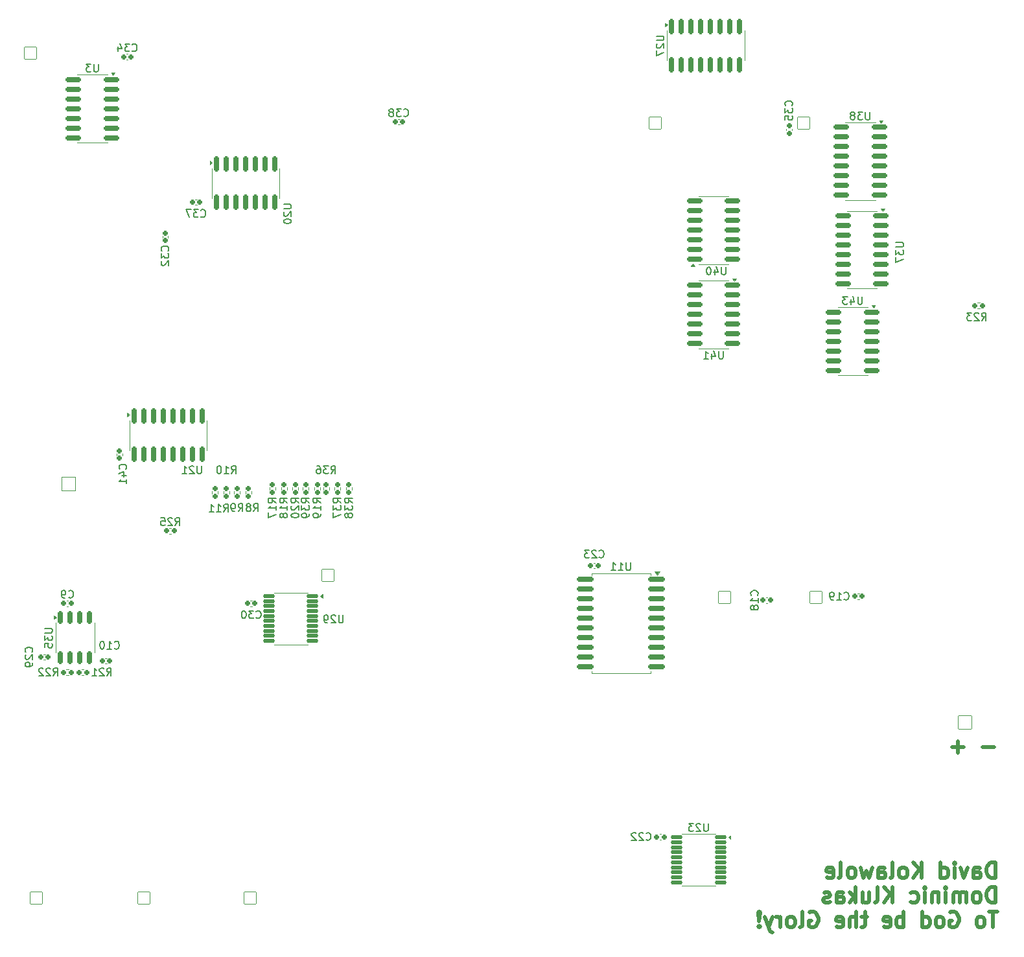
<source format=gbo>
%TF.GenerationSoftware,KiCad,Pcbnew,8.0.1*%
%TF.CreationDate,2024-05-27T20:55:22-07:00*%
%TF.ProjectId,8-Bit-Computer,382d4269-742d-4436-9f6d-70757465722e,rev?*%
%TF.SameCoordinates,Original*%
%TF.FileFunction,Legend,Bot*%
%TF.FilePolarity,Positive*%
%FSLAX46Y46*%
G04 Gerber Fmt 4.6, Leading zero omitted, Abs format (unit mm)*
G04 Created by KiCad (PCBNEW 8.0.1) date 2024-05-27 20:55:22*
%MOMM*%
%LPD*%
G01*
G04 APERTURE LIST*
G04 Aperture macros list*
%AMRoundRect*
0 Rectangle with rounded corners*
0 $1 Rounding radius*
0 $2 $3 $4 $5 $6 $7 $8 $9 X,Y pos of 4 corners*
0 Add a 4 corners polygon primitive as box body*
4,1,4,$2,$3,$4,$5,$6,$7,$8,$9,$2,$3,0*
0 Add four circle primitives for the rounded corners*
1,1,$1+$1,$2,$3*
1,1,$1+$1,$4,$5*
1,1,$1+$1,$6,$7*
1,1,$1+$1,$8,$9*
0 Add four rect primitives between the rounded corners*
20,1,$1+$1,$2,$3,$4,$5,0*
20,1,$1+$1,$4,$5,$6,$7,0*
20,1,$1+$1,$6,$7,$8,$9,0*
20,1,$1+$1,$8,$9,$2,$3,0*%
G04 Aperture macros list end*
%ADD10C,0.500000*%
%ADD11C,0.150000*%
%ADD12C,0.120000*%
%ADD13RoundRect,0.038000X0.850000X-0.850000X0.850000X0.850000X-0.850000X0.850000X-0.850000X-0.850000X0*%
%ADD14O,1.776000X1.776000*%
%ADD15C,2.076000*%
%ADD16RoundRect,0.038000X-0.800000X-0.800000X0.800000X-0.800000X0.800000X0.800000X-0.800000X0.800000X0*%
%ADD17O,1.676000X1.676000*%
%ADD18C,1.676000*%
%ADD19RoundRect,0.038000X-0.900000X-0.900000X0.900000X-0.900000X0.900000X0.900000X-0.900000X0.900000X0*%
%ADD20C,1.876000*%
%ADD21RoundRect,0.038000X-0.800000X0.800000X-0.800000X-0.800000X0.800000X-0.800000X0.800000X0.800000X0*%
%ADD22RoundRect,0.038000X0.900000X-0.900000X0.900000X0.900000X-0.900000X0.900000X-0.900000X-0.900000X0*%
%ADD23RoundRect,0.159000X0.159000X0.189000X-0.159000X0.189000X-0.159000X-0.189000X0.159000X-0.189000X0*%
%ADD24RoundRect,0.154000X-0.204000X0.154000X-0.204000X-0.154000X0.204000X-0.154000X0.204000X0.154000X0*%
%ADD25RoundRect,0.169000X0.844000X0.169000X-0.844000X0.169000X-0.844000X-0.169000X0.844000X-0.169000X0*%
%ADD26RoundRect,0.169000X0.894000X0.169000X-0.894000X0.169000X-0.894000X-0.169000X0.894000X-0.169000X0*%
%ADD27RoundRect,0.154000X0.154000X0.204000X-0.154000X0.204000X-0.154000X-0.204000X0.154000X-0.204000X0*%
%ADD28RoundRect,0.169000X-0.844000X-0.169000X0.844000X-0.169000X0.844000X0.169000X-0.844000X0.169000X0*%
%ADD29RoundRect,0.119000X0.656500X0.119000X-0.656500X0.119000X-0.656500X-0.119000X0.656500X-0.119000X0*%
%ADD30RoundRect,0.169000X-0.169000X0.844000X-0.169000X-0.844000X0.169000X-0.844000X0.169000X0.844000X0*%
%ADD31RoundRect,0.154000X-0.154000X-0.204000X0.154000X-0.204000X0.154000X0.204000X-0.154000X0.204000X0*%
%ADD32RoundRect,0.169000X-0.169000X0.694000X-0.169000X-0.694000X0.169000X-0.694000X0.169000X0.694000X0*%
%ADD33RoundRect,0.159000X-0.189000X0.159000X-0.189000X-0.159000X0.189000X-0.159000X0.189000X0.159000X0*%
%ADD34RoundRect,0.159000X-0.159000X-0.189000X0.159000X-0.189000X0.159000X0.189000X-0.159000X0.189000X0*%
%ADD35RoundRect,0.159000X0.189000X-0.159000X0.189000X0.159000X-0.189000X0.159000X-0.189000X-0.159000X0*%
G04 APERTURE END LIST*
D10*
X172444862Y-160289462D02*
X172444862Y-158289462D01*
X172444862Y-158289462D02*
X171968672Y-158289462D01*
X171968672Y-158289462D02*
X171682957Y-158384700D01*
X171682957Y-158384700D02*
X171492481Y-158575176D01*
X171492481Y-158575176D02*
X171397243Y-158765652D01*
X171397243Y-158765652D02*
X171302005Y-159146604D01*
X171302005Y-159146604D02*
X171302005Y-159432319D01*
X171302005Y-159432319D02*
X171397243Y-159813271D01*
X171397243Y-159813271D02*
X171492481Y-160003747D01*
X171492481Y-160003747D02*
X171682957Y-160194224D01*
X171682957Y-160194224D02*
X171968672Y-160289462D01*
X171968672Y-160289462D02*
X172444862Y-160289462D01*
X169587719Y-160289462D02*
X169587719Y-159241843D01*
X169587719Y-159241843D02*
X169682957Y-159051366D01*
X169682957Y-159051366D02*
X169873433Y-158956128D01*
X169873433Y-158956128D02*
X170254386Y-158956128D01*
X170254386Y-158956128D02*
X170444862Y-159051366D01*
X169587719Y-160194224D02*
X169778195Y-160289462D01*
X169778195Y-160289462D02*
X170254386Y-160289462D01*
X170254386Y-160289462D02*
X170444862Y-160194224D01*
X170444862Y-160194224D02*
X170540100Y-160003747D01*
X170540100Y-160003747D02*
X170540100Y-159813271D01*
X170540100Y-159813271D02*
X170444862Y-159622795D01*
X170444862Y-159622795D02*
X170254386Y-159527557D01*
X170254386Y-159527557D02*
X169778195Y-159527557D01*
X169778195Y-159527557D02*
X169587719Y-159432319D01*
X168825814Y-158956128D02*
X168349624Y-160289462D01*
X168349624Y-160289462D02*
X167873433Y-158956128D01*
X167111528Y-160289462D02*
X167111528Y-158956128D01*
X167111528Y-158289462D02*
X167206766Y-158384700D01*
X167206766Y-158384700D02*
X167111528Y-158479938D01*
X167111528Y-158479938D02*
X167016290Y-158384700D01*
X167016290Y-158384700D02*
X167111528Y-158289462D01*
X167111528Y-158289462D02*
X167111528Y-158479938D01*
X165302004Y-160289462D02*
X165302004Y-158289462D01*
X165302004Y-160194224D02*
X165492480Y-160289462D01*
X165492480Y-160289462D02*
X165873433Y-160289462D01*
X165873433Y-160289462D02*
X166063909Y-160194224D01*
X166063909Y-160194224D02*
X166159147Y-160098985D01*
X166159147Y-160098985D02*
X166254385Y-159908509D01*
X166254385Y-159908509D02*
X166254385Y-159337081D01*
X166254385Y-159337081D02*
X166159147Y-159146604D01*
X166159147Y-159146604D02*
X166063909Y-159051366D01*
X166063909Y-159051366D02*
X165873433Y-158956128D01*
X165873433Y-158956128D02*
X165492480Y-158956128D01*
X165492480Y-158956128D02*
X165302004Y-159051366D01*
X162825813Y-160289462D02*
X162825813Y-158289462D01*
X161682956Y-160289462D02*
X162540099Y-159146604D01*
X161682956Y-158289462D02*
X162825813Y-159432319D01*
X160540099Y-160289462D02*
X160730575Y-160194224D01*
X160730575Y-160194224D02*
X160825813Y-160098985D01*
X160825813Y-160098985D02*
X160921051Y-159908509D01*
X160921051Y-159908509D02*
X160921051Y-159337081D01*
X160921051Y-159337081D02*
X160825813Y-159146604D01*
X160825813Y-159146604D02*
X160730575Y-159051366D01*
X160730575Y-159051366D02*
X160540099Y-158956128D01*
X160540099Y-158956128D02*
X160254384Y-158956128D01*
X160254384Y-158956128D02*
X160063908Y-159051366D01*
X160063908Y-159051366D02*
X159968670Y-159146604D01*
X159968670Y-159146604D02*
X159873432Y-159337081D01*
X159873432Y-159337081D02*
X159873432Y-159908509D01*
X159873432Y-159908509D02*
X159968670Y-160098985D01*
X159968670Y-160098985D02*
X160063908Y-160194224D01*
X160063908Y-160194224D02*
X160254384Y-160289462D01*
X160254384Y-160289462D02*
X160540099Y-160289462D01*
X158730575Y-160289462D02*
X158921051Y-160194224D01*
X158921051Y-160194224D02*
X159016289Y-160003747D01*
X159016289Y-160003747D02*
X159016289Y-158289462D01*
X157111527Y-160289462D02*
X157111527Y-159241843D01*
X157111527Y-159241843D02*
X157206765Y-159051366D01*
X157206765Y-159051366D02*
X157397241Y-158956128D01*
X157397241Y-158956128D02*
X157778194Y-158956128D01*
X157778194Y-158956128D02*
X157968670Y-159051366D01*
X157111527Y-160194224D02*
X157302003Y-160289462D01*
X157302003Y-160289462D02*
X157778194Y-160289462D01*
X157778194Y-160289462D02*
X157968670Y-160194224D01*
X157968670Y-160194224D02*
X158063908Y-160003747D01*
X158063908Y-160003747D02*
X158063908Y-159813271D01*
X158063908Y-159813271D02*
X157968670Y-159622795D01*
X157968670Y-159622795D02*
X157778194Y-159527557D01*
X157778194Y-159527557D02*
X157302003Y-159527557D01*
X157302003Y-159527557D02*
X157111527Y-159432319D01*
X156349622Y-158956128D02*
X155968670Y-160289462D01*
X155968670Y-160289462D02*
X155587717Y-159337081D01*
X155587717Y-159337081D02*
X155206765Y-160289462D01*
X155206765Y-160289462D02*
X154825813Y-158956128D01*
X153778194Y-160289462D02*
X153968670Y-160194224D01*
X153968670Y-160194224D02*
X154063908Y-160098985D01*
X154063908Y-160098985D02*
X154159146Y-159908509D01*
X154159146Y-159908509D02*
X154159146Y-159337081D01*
X154159146Y-159337081D02*
X154063908Y-159146604D01*
X154063908Y-159146604D02*
X153968670Y-159051366D01*
X153968670Y-159051366D02*
X153778194Y-158956128D01*
X153778194Y-158956128D02*
X153492479Y-158956128D01*
X153492479Y-158956128D02*
X153302003Y-159051366D01*
X153302003Y-159051366D02*
X153206765Y-159146604D01*
X153206765Y-159146604D02*
X153111527Y-159337081D01*
X153111527Y-159337081D02*
X153111527Y-159908509D01*
X153111527Y-159908509D02*
X153206765Y-160098985D01*
X153206765Y-160098985D02*
X153302003Y-160194224D01*
X153302003Y-160194224D02*
X153492479Y-160289462D01*
X153492479Y-160289462D02*
X153778194Y-160289462D01*
X151968670Y-160289462D02*
X152159146Y-160194224D01*
X152159146Y-160194224D02*
X152254384Y-160003747D01*
X152254384Y-160003747D02*
X152254384Y-158289462D01*
X150444860Y-160194224D02*
X150635336Y-160289462D01*
X150635336Y-160289462D02*
X151016289Y-160289462D01*
X151016289Y-160289462D02*
X151206765Y-160194224D01*
X151206765Y-160194224D02*
X151302003Y-160003747D01*
X151302003Y-160003747D02*
X151302003Y-159241843D01*
X151302003Y-159241843D02*
X151206765Y-159051366D01*
X151206765Y-159051366D02*
X151016289Y-158956128D01*
X151016289Y-158956128D02*
X150635336Y-158956128D01*
X150635336Y-158956128D02*
X150444860Y-159051366D01*
X150444860Y-159051366D02*
X150349622Y-159241843D01*
X150349622Y-159241843D02*
X150349622Y-159432319D01*
X150349622Y-159432319D02*
X151302003Y-159622795D01*
X172444862Y-163509350D02*
X172444862Y-161509350D01*
X172444862Y-161509350D02*
X171968672Y-161509350D01*
X171968672Y-161509350D02*
X171682957Y-161604588D01*
X171682957Y-161604588D02*
X171492481Y-161795064D01*
X171492481Y-161795064D02*
X171397243Y-161985540D01*
X171397243Y-161985540D02*
X171302005Y-162366492D01*
X171302005Y-162366492D02*
X171302005Y-162652207D01*
X171302005Y-162652207D02*
X171397243Y-163033159D01*
X171397243Y-163033159D02*
X171492481Y-163223635D01*
X171492481Y-163223635D02*
X171682957Y-163414112D01*
X171682957Y-163414112D02*
X171968672Y-163509350D01*
X171968672Y-163509350D02*
X172444862Y-163509350D01*
X170159148Y-163509350D02*
X170349624Y-163414112D01*
X170349624Y-163414112D02*
X170444862Y-163318873D01*
X170444862Y-163318873D02*
X170540100Y-163128397D01*
X170540100Y-163128397D02*
X170540100Y-162556969D01*
X170540100Y-162556969D02*
X170444862Y-162366492D01*
X170444862Y-162366492D02*
X170349624Y-162271254D01*
X170349624Y-162271254D02*
X170159148Y-162176016D01*
X170159148Y-162176016D02*
X169873433Y-162176016D01*
X169873433Y-162176016D02*
X169682957Y-162271254D01*
X169682957Y-162271254D02*
X169587719Y-162366492D01*
X169587719Y-162366492D02*
X169492481Y-162556969D01*
X169492481Y-162556969D02*
X169492481Y-163128397D01*
X169492481Y-163128397D02*
X169587719Y-163318873D01*
X169587719Y-163318873D02*
X169682957Y-163414112D01*
X169682957Y-163414112D02*
X169873433Y-163509350D01*
X169873433Y-163509350D02*
X170159148Y-163509350D01*
X168635338Y-163509350D02*
X168635338Y-162176016D01*
X168635338Y-162366492D02*
X168540100Y-162271254D01*
X168540100Y-162271254D02*
X168349624Y-162176016D01*
X168349624Y-162176016D02*
X168063909Y-162176016D01*
X168063909Y-162176016D02*
X167873433Y-162271254D01*
X167873433Y-162271254D02*
X167778195Y-162461731D01*
X167778195Y-162461731D02*
X167778195Y-163509350D01*
X167778195Y-162461731D02*
X167682957Y-162271254D01*
X167682957Y-162271254D02*
X167492481Y-162176016D01*
X167492481Y-162176016D02*
X167206767Y-162176016D01*
X167206767Y-162176016D02*
X167016290Y-162271254D01*
X167016290Y-162271254D02*
X166921052Y-162461731D01*
X166921052Y-162461731D02*
X166921052Y-163509350D01*
X165968671Y-163509350D02*
X165968671Y-162176016D01*
X165968671Y-161509350D02*
X166063909Y-161604588D01*
X166063909Y-161604588D02*
X165968671Y-161699826D01*
X165968671Y-161699826D02*
X165873433Y-161604588D01*
X165873433Y-161604588D02*
X165968671Y-161509350D01*
X165968671Y-161509350D02*
X165968671Y-161699826D01*
X165016290Y-162176016D02*
X165016290Y-163509350D01*
X165016290Y-162366492D02*
X164921052Y-162271254D01*
X164921052Y-162271254D02*
X164730576Y-162176016D01*
X164730576Y-162176016D02*
X164444861Y-162176016D01*
X164444861Y-162176016D02*
X164254385Y-162271254D01*
X164254385Y-162271254D02*
X164159147Y-162461731D01*
X164159147Y-162461731D02*
X164159147Y-163509350D01*
X163206766Y-163509350D02*
X163206766Y-162176016D01*
X163206766Y-161509350D02*
X163302004Y-161604588D01*
X163302004Y-161604588D02*
X163206766Y-161699826D01*
X163206766Y-161699826D02*
X163111528Y-161604588D01*
X163111528Y-161604588D02*
X163206766Y-161509350D01*
X163206766Y-161509350D02*
X163206766Y-161699826D01*
X161397242Y-163414112D02*
X161587718Y-163509350D01*
X161587718Y-163509350D02*
X161968671Y-163509350D01*
X161968671Y-163509350D02*
X162159147Y-163414112D01*
X162159147Y-163414112D02*
X162254385Y-163318873D01*
X162254385Y-163318873D02*
X162349623Y-163128397D01*
X162349623Y-163128397D02*
X162349623Y-162556969D01*
X162349623Y-162556969D02*
X162254385Y-162366492D01*
X162254385Y-162366492D02*
X162159147Y-162271254D01*
X162159147Y-162271254D02*
X161968671Y-162176016D01*
X161968671Y-162176016D02*
X161587718Y-162176016D01*
X161587718Y-162176016D02*
X161397242Y-162271254D01*
X159016289Y-163509350D02*
X159016289Y-161509350D01*
X157873432Y-163509350D02*
X158730575Y-162366492D01*
X157873432Y-161509350D02*
X159016289Y-162652207D01*
X156730575Y-163509350D02*
X156921051Y-163414112D01*
X156921051Y-163414112D02*
X157016289Y-163223635D01*
X157016289Y-163223635D02*
X157016289Y-161509350D01*
X155111527Y-162176016D02*
X155111527Y-163509350D01*
X155968670Y-162176016D02*
X155968670Y-163223635D01*
X155968670Y-163223635D02*
X155873432Y-163414112D01*
X155873432Y-163414112D02*
X155682956Y-163509350D01*
X155682956Y-163509350D02*
X155397241Y-163509350D01*
X155397241Y-163509350D02*
X155206765Y-163414112D01*
X155206765Y-163414112D02*
X155111527Y-163318873D01*
X154159146Y-163509350D02*
X154159146Y-161509350D01*
X153968670Y-162747445D02*
X153397241Y-163509350D01*
X153397241Y-162176016D02*
X154159146Y-162937921D01*
X151682955Y-163509350D02*
X151682955Y-162461731D01*
X151682955Y-162461731D02*
X151778193Y-162271254D01*
X151778193Y-162271254D02*
X151968669Y-162176016D01*
X151968669Y-162176016D02*
X152349622Y-162176016D01*
X152349622Y-162176016D02*
X152540098Y-162271254D01*
X151682955Y-163414112D02*
X151873431Y-163509350D01*
X151873431Y-163509350D02*
X152349622Y-163509350D01*
X152349622Y-163509350D02*
X152540098Y-163414112D01*
X152540098Y-163414112D02*
X152635336Y-163223635D01*
X152635336Y-163223635D02*
X152635336Y-163033159D01*
X152635336Y-163033159D02*
X152540098Y-162842683D01*
X152540098Y-162842683D02*
X152349622Y-162747445D01*
X152349622Y-162747445D02*
X151873431Y-162747445D01*
X151873431Y-162747445D02*
X151682955Y-162652207D01*
X150825812Y-163414112D02*
X150635336Y-163509350D01*
X150635336Y-163509350D02*
X150254384Y-163509350D01*
X150254384Y-163509350D02*
X150063907Y-163414112D01*
X150063907Y-163414112D02*
X149968669Y-163223635D01*
X149968669Y-163223635D02*
X149968669Y-163128397D01*
X149968669Y-163128397D02*
X150063907Y-162937921D01*
X150063907Y-162937921D02*
X150254384Y-162842683D01*
X150254384Y-162842683D02*
X150540098Y-162842683D01*
X150540098Y-162842683D02*
X150730574Y-162747445D01*
X150730574Y-162747445D02*
X150825812Y-162556969D01*
X150825812Y-162556969D02*
X150825812Y-162461731D01*
X150825812Y-162461731D02*
X150730574Y-162271254D01*
X150730574Y-162271254D02*
X150540098Y-162176016D01*
X150540098Y-162176016D02*
X150254384Y-162176016D01*
X150254384Y-162176016D02*
X150063907Y-162271254D01*
X172730576Y-164729238D02*
X171587719Y-164729238D01*
X172159148Y-166729238D02*
X172159148Y-164729238D01*
X170635338Y-166729238D02*
X170825814Y-166634000D01*
X170825814Y-166634000D02*
X170921052Y-166538761D01*
X170921052Y-166538761D02*
X171016290Y-166348285D01*
X171016290Y-166348285D02*
X171016290Y-165776857D01*
X171016290Y-165776857D02*
X170921052Y-165586380D01*
X170921052Y-165586380D02*
X170825814Y-165491142D01*
X170825814Y-165491142D02*
X170635338Y-165395904D01*
X170635338Y-165395904D02*
X170349623Y-165395904D01*
X170349623Y-165395904D02*
X170159147Y-165491142D01*
X170159147Y-165491142D02*
X170063909Y-165586380D01*
X170063909Y-165586380D02*
X169968671Y-165776857D01*
X169968671Y-165776857D02*
X169968671Y-166348285D01*
X169968671Y-166348285D02*
X170063909Y-166538761D01*
X170063909Y-166538761D02*
X170159147Y-166634000D01*
X170159147Y-166634000D02*
X170349623Y-166729238D01*
X170349623Y-166729238D02*
X170635338Y-166729238D01*
X166540099Y-164824476D02*
X166730575Y-164729238D01*
X166730575Y-164729238D02*
X167016289Y-164729238D01*
X167016289Y-164729238D02*
X167302004Y-164824476D01*
X167302004Y-164824476D02*
X167492480Y-165014952D01*
X167492480Y-165014952D02*
X167587718Y-165205428D01*
X167587718Y-165205428D02*
X167682956Y-165586380D01*
X167682956Y-165586380D02*
X167682956Y-165872095D01*
X167682956Y-165872095D02*
X167587718Y-166253047D01*
X167587718Y-166253047D02*
X167492480Y-166443523D01*
X167492480Y-166443523D02*
X167302004Y-166634000D01*
X167302004Y-166634000D02*
X167016289Y-166729238D01*
X167016289Y-166729238D02*
X166825813Y-166729238D01*
X166825813Y-166729238D02*
X166540099Y-166634000D01*
X166540099Y-166634000D02*
X166444861Y-166538761D01*
X166444861Y-166538761D02*
X166444861Y-165872095D01*
X166444861Y-165872095D02*
X166825813Y-165872095D01*
X165302004Y-166729238D02*
X165492480Y-166634000D01*
X165492480Y-166634000D02*
X165587718Y-166538761D01*
X165587718Y-166538761D02*
X165682956Y-166348285D01*
X165682956Y-166348285D02*
X165682956Y-165776857D01*
X165682956Y-165776857D02*
X165587718Y-165586380D01*
X165587718Y-165586380D02*
X165492480Y-165491142D01*
X165492480Y-165491142D02*
X165302004Y-165395904D01*
X165302004Y-165395904D02*
X165016289Y-165395904D01*
X165016289Y-165395904D02*
X164825813Y-165491142D01*
X164825813Y-165491142D02*
X164730575Y-165586380D01*
X164730575Y-165586380D02*
X164635337Y-165776857D01*
X164635337Y-165776857D02*
X164635337Y-166348285D01*
X164635337Y-166348285D02*
X164730575Y-166538761D01*
X164730575Y-166538761D02*
X164825813Y-166634000D01*
X164825813Y-166634000D02*
X165016289Y-166729238D01*
X165016289Y-166729238D02*
X165302004Y-166729238D01*
X162921051Y-166729238D02*
X162921051Y-164729238D01*
X162921051Y-166634000D02*
X163111527Y-166729238D01*
X163111527Y-166729238D02*
X163492480Y-166729238D01*
X163492480Y-166729238D02*
X163682956Y-166634000D01*
X163682956Y-166634000D02*
X163778194Y-166538761D01*
X163778194Y-166538761D02*
X163873432Y-166348285D01*
X163873432Y-166348285D02*
X163873432Y-165776857D01*
X163873432Y-165776857D02*
X163778194Y-165586380D01*
X163778194Y-165586380D02*
X163682956Y-165491142D01*
X163682956Y-165491142D02*
X163492480Y-165395904D01*
X163492480Y-165395904D02*
X163111527Y-165395904D01*
X163111527Y-165395904D02*
X162921051Y-165491142D01*
X160444860Y-166729238D02*
X160444860Y-164729238D01*
X160444860Y-165491142D02*
X160254384Y-165395904D01*
X160254384Y-165395904D02*
X159873431Y-165395904D01*
X159873431Y-165395904D02*
X159682955Y-165491142D01*
X159682955Y-165491142D02*
X159587717Y-165586380D01*
X159587717Y-165586380D02*
X159492479Y-165776857D01*
X159492479Y-165776857D02*
X159492479Y-166348285D01*
X159492479Y-166348285D02*
X159587717Y-166538761D01*
X159587717Y-166538761D02*
X159682955Y-166634000D01*
X159682955Y-166634000D02*
X159873431Y-166729238D01*
X159873431Y-166729238D02*
X160254384Y-166729238D01*
X160254384Y-166729238D02*
X160444860Y-166634000D01*
X157873431Y-166634000D02*
X158063907Y-166729238D01*
X158063907Y-166729238D02*
X158444860Y-166729238D01*
X158444860Y-166729238D02*
X158635336Y-166634000D01*
X158635336Y-166634000D02*
X158730574Y-166443523D01*
X158730574Y-166443523D02*
X158730574Y-165681619D01*
X158730574Y-165681619D02*
X158635336Y-165491142D01*
X158635336Y-165491142D02*
X158444860Y-165395904D01*
X158444860Y-165395904D02*
X158063907Y-165395904D01*
X158063907Y-165395904D02*
X157873431Y-165491142D01*
X157873431Y-165491142D02*
X157778193Y-165681619D01*
X157778193Y-165681619D02*
X157778193Y-165872095D01*
X157778193Y-165872095D02*
X158730574Y-166062571D01*
X155682954Y-165395904D02*
X154921050Y-165395904D01*
X155397240Y-164729238D02*
X155397240Y-166443523D01*
X155397240Y-166443523D02*
X155302002Y-166634000D01*
X155302002Y-166634000D02*
X155111526Y-166729238D01*
X155111526Y-166729238D02*
X154921050Y-166729238D01*
X154254383Y-166729238D02*
X154254383Y-164729238D01*
X153397240Y-166729238D02*
X153397240Y-165681619D01*
X153397240Y-165681619D02*
X153492478Y-165491142D01*
X153492478Y-165491142D02*
X153682954Y-165395904D01*
X153682954Y-165395904D02*
X153968669Y-165395904D01*
X153968669Y-165395904D02*
X154159145Y-165491142D01*
X154159145Y-165491142D02*
X154254383Y-165586380D01*
X151682954Y-166634000D02*
X151873430Y-166729238D01*
X151873430Y-166729238D02*
X152254383Y-166729238D01*
X152254383Y-166729238D02*
X152444859Y-166634000D01*
X152444859Y-166634000D02*
X152540097Y-166443523D01*
X152540097Y-166443523D02*
X152540097Y-165681619D01*
X152540097Y-165681619D02*
X152444859Y-165491142D01*
X152444859Y-165491142D02*
X152254383Y-165395904D01*
X152254383Y-165395904D02*
X151873430Y-165395904D01*
X151873430Y-165395904D02*
X151682954Y-165491142D01*
X151682954Y-165491142D02*
X151587716Y-165681619D01*
X151587716Y-165681619D02*
X151587716Y-165872095D01*
X151587716Y-165872095D02*
X152540097Y-166062571D01*
X148159144Y-164824476D02*
X148349620Y-164729238D01*
X148349620Y-164729238D02*
X148635334Y-164729238D01*
X148635334Y-164729238D02*
X148921049Y-164824476D01*
X148921049Y-164824476D02*
X149111525Y-165014952D01*
X149111525Y-165014952D02*
X149206763Y-165205428D01*
X149206763Y-165205428D02*
X149302001Y-165586380D01*
X149302001Y-165586380D02*
X149302001Y-165872095D01*
X149302001Y-165872095D02*
X149206763Y-166253047D01*
X149206763Y-166253047D02*
X149111525Y-166443523D01*
X149111525Y-166443523D02*
X148921049Y-166634000D01*
X148921049Y-166634000D02*
X148635334Y-166729238D01*
X148635334Y-166729238D02*
X148444858Y-166729238D01*
X148444858Y-166729238D02*
X148159144Y-166634000D01*
X148159144Y-166634000D02*
X148063906Y-166538761D01*
X148063906Y-166538761D02*
X148063906Y-165872095D01*
X148063906Y-165872095D02*
X148444858Y-165872095D01*
X146921049Y-166729238D02*
X147111525Y-166634000D01*
X147111525Y-166634000D02*
X147206763Y-166443523D01*
X147206763Y-166443523D02*
X147206763Y-164729238D01*
X145873430Y-166729238D02*
X146063906Y-166634000D01*
X146063906Y-166634000D02*
X146159144Y-166538761D01*
X146159144Y-166538761D02*
X146254382Y-166348285D01*
X146254382Y-166348285D02*
X146254382Y-165776857D01*
X146254382Y-165776857D02*
X146159144Y-165586380D01*
X146159144Y-165586380D02*
X146063906Y-165491142D01*
X146063906Y-165491142D02*
X145873430Y-165395904D01*
X145873430Y-165395904D02*
X145587715Y-165395904D01*
X145587715Y-165395904D02*
X145397239Y-165491142D01*
X145397239Y-165491142D02*
X145302001Y-165586380D01*
X145302001Y-165586380D02*
X145206763Y-165776857D01*
X145206763Y-165776857D02*
X145206763Y-166348285D01*
X145206763Y-166348285D02*
X145302001Y-166538761D01*
X145302001Y-166538761D02*
X145397239Y-166634000D01*
X145397239Y-166634000D02*
X145587715Y-166729238D01*
X145587715Y-166729238D02*
X145873430Y-166729238D01*
X144349620Y-166729238D02*
X144349620Y-165395904D01*
X144349620Y-165776857D02*
X144254382Y-165586380D01*
X144254382Y-165586380D02*
X144159144Y-165491142D01*
X144159144Y-165491142D02*
X143968668Y-165395904D01*
X143968668Y-165395904D02*
X143778191Y-165395904D01*
X143302001Y-165395904D02*
X142825811Y-166729238D01*
X142349620Y-165395904D02*
X142825811Y-166729238D01*
X142825811Y-166729238D02*
X143016287Y-167205428D01*
X143016287Y-167205428D02*
X143111525Y-167300666D01*
X143111525Y-167300666D02*
X143302001Y-167395904D01*
X141587715Y-166538761D02*
X141492477Y-166634000D01*
X141492477Y-166634000D02*
X141587715Y-166729238D01*
X141587715Y-166729238D02*
X141682953Y-166634000D01*
X141682953Y-166634000D02*
X141587715Y-166538761D01*
X141587715Y-166538761D02*
X141587715Y-166729238D01*
X141587715Y-165967333D02*
X141682953Y-164824476D01*
X141682953Y-164824476D02*
X141587715Y-164729238D01*
X141587715Y-164729238D02*
X141492477Y-164824476D01*
X141492477Y-164824476D02*
X141587715Y-165967333D01*
X141587715Y-165967333D02*
X141587715Y-164729238D01*
X166805137Y-143217333D02*
X168328947Y-143217333D01*
X167567042Y-143979238D02*
X167567042Y-142455428D01*
X170805137Y-143217333D02*
X172328947Y-143217333D01*
D11*
X152682857Y-123859581D02*
X152730476Y-123907201D01*
X152730476Y-123907201D02*
X152873333Y-123954820D01*
X152873333Y-123954820D02*
X152968571Y-123954820D01*
X152968571Y-123954820D02*
X153111428Y-123907201D01*
X153111428Y-123907201D02*
X153206666Y-123811962D01*
X153206666Y-123811962D02*
X153254285Y-123716724D01*
X153254285Y-123716724D02*
X153301904Y-123526248D01*
X153301904Y-123526248D02*
X153301904Y-123383391D01*
X153301904Y-123383391D02*
X153254285Y-123192915D01*
X153254285Y-123192915D02*
X153206666Y-123097677D01*
X153206666Y-123097677D02*
X153111428Y-123002439D01*
X153111428Y-123002439D02*
X152968571Y-122954820D01*
X152968571Y-122954820D02*
X152873333Y-122954820D01*
X152873333Y-122954820D02*
X152730476Y-123002439D01*
X152730476Y-123002439D02*
X152682857Y-123050058D01*
X151730476Y-123954820D02*
X152301904Y-123954820D01*
X152016190Y-123954820D02*
X152016190Y-122954820D01*
X152016190Y-122954820D02*
X152111428Y-123097677D01*
X152111428Y-123097677D02*
X152206666Y-123192915D01*
X152206666Y-123192915D02*
X152301904Y-123240534D01*
X151254285Y-123954820D02*
X151063809Y-123954820D01*
X151063809Y-123954820D02*
X150968571Y-123907201D01*
X150968571Y-123907201D02*
X150920952Y-123859581D01*
X150920952Y-123859581D02*
X150825714Y-123716724D01*
X150825714Y-123716724D02*
X150778095Y-123526248D01*
X150778095Y-123526248D02*
X150778095Y-123145296D01*
X150778095Y-123145296D02*
X150825714Y-123050058D01*
X150825714Y-123050058D02*
X150873333Y-123002439D01*
X150873333Y-123002439D02*
X150968571Y-122954820D01*
X150968571Y-122954820D02*
X151159047Y-122954820D01*
X151159047Y-122954820D02*
X151254285Y-123002439D01*
X151254285Y-123002439D02*
X151301904Y-123050058D01*
X151301904Y-123050058D02*
X151349523Y-123145296D01*
X151349523Y-123145296D02*
X151349523Y-123383391D01*
X151349523Y-123383391D02*
X151301904Y-123478629D01*
X151301904Y-123478629D02*
X151254285Y-123526248D01*
X151254285Y-123526248D02*
X151159047Y-123573867D01*
X151159047Y-123573867D02*
X150968571Y-123573867D01*
X150968571Y-123573867D02*
X150873333Y-123526248D01*
X150873333Y-123526248D02*
X150825714Y-123478629D01*
X150825714Y-123478629D02*
X150778095Y-123383391D01*
X51381666Y-123619580D02*
X51429285Y-123667200D01*
X51429285Y-123667200D02*
X51572142Y-123714819D01*
X51572142Y-123714819D02*
X51667380Y-123714819D01*
X51667380Y-123714819D02*
X51810237Y-123667200D01*
X51810237Y-123667200D02*
X51905475Y-123571961D01*
X51905475Y-123571961D02*
X51953094Y-123476723D01*
X51953094Y-123476723D02*
X52000713Y-123286247D01*
X52000713Y-123286247D02*
X52000713Y-123143390D01*
X52000713Y-123143390D02*
X51953094Y-122952914D01*
X51953094Y-122952914D02*
X51905475Y-122857676D01*
X51905475Y-122857676D02*
X51810237Y-122762438D01*
X51810237Y-122762438D02*
X51667380Y-122714819D01*
X51667380Y-122714819D02*
X51572142Y-122714819D01*
X51572142Y-122714819D02*
X51429285Y-122762438D01*
X51429285Y-122762438D02*
X51381666Y-122810057D01*
X50905475Y-123714819D02*
X50714999Y-123714819D01*
X50714999Y-123714819D02*
X50619761Y-123667200D01*
X50619761Y-123667200D02*
X50572142Y-123619580D01*
X50572142Y-123619580D02*
X50476904Y-123476723D01*
X50476904Y-123476723D02*
X50429285Y-123286247D01*
X50429285Y-123286247D02*
X50429285Y-122905295D01*
X50429285Y-122905295D02*
X50476904Y-122810057D01*
X50476904Y-122810057D02*
X50524523Y-122762438D01*
X50524523Y-122762438D02*
X50619761Y-122714819D01*
X50619761Y-122714819D02*
X50810237Y-122714819D01*
X50810237Y-122714819D02*
X50905475Y-122762438D01*
X50905475Y-122762438D02*
X50953094Y-122810057D01*
X50953094Y-122810057D02*
X51000713Y-122905295D01*
X51000713Y-122905295D02*
X51000713Y-123143390D01*
X51000713Y-123143390D02*
X50953094Y-123238628D01*
X50953094Y-123238628D02*
X50905475Y-123286247D01*
X50905475Y-123286247D02*
X50810237Y-123333866D01*
X50810237Y-123333866D02*
X50619761Y-123333866D01*
X50619761Y-123333866D02*
X50524523Y-123286247D01*
X50524523Y-123286247D02*
X50476904Y-123238628D01*
X50476904Y-123238628D02*
X50429285Y-123143390D01*
X85642857Y-107454819D02*
X85976190Y-106978628D01*
X86214285Y-107454819D02*
X86214285Y-106454819D01*
X86214285Y-106454819D02*
X85833333Y-106454819D01*
X85833333Y-106454819D02*
X85738095Y-106502438D01*
X85738095Y-106502438D02*
X85690476Y-106550057D01*
X85690476Y-106550057D02*
X85642857Y-106645295D01*
X85642857Y-106645295D02*
X85642857Y-106788152D01*
X85642857Y-106788152D02*
X85690476Y-106883390D01*
X85690476Y-106883390D02*
X85738095Y-106931009D01*
X85738095Y-106931009D02*
X85833333Y-106978628D01*
X85833333Y-106978628D02*
X86214285Y-106978628D01*
X85309523Y-106454819D02*
X84690476Y-106454819D01*
X84690476Y-106454819D02*
X85023809Y-106835771D01*
X85023809Y-106835771D02*
X84880952Y-106835771D01*
X84880952Y-106835771D02*
X84785714Y-106883390D01*
X84785714Y-106883390D02*
X84738095Y-106931009D01*
X84738095Y-106931009D02*
X84690476Y-107026247D01*
X84690476Y-107026247D02*
X84690476Y-107264342D01*
X84690476Y-107264342D02*
X84738095Y-107359580D01*
X84738095Y-107359580D02*
X84785714Y-107407200D01*
X84785714Y-107407200D02*
X84880952Y-107454819D01*
X84880952Y-107454819D02*
X85166666Y-107454819D01*
X85166666Y-107454819D02*
X85261904Y-107407200D01*
X85261904Y-107407200D02*
X85309523Y-107359580D01*
X83833333Y-106454819D02*
X84023809Y-106454819D01*
X84023809Y-106454819D02*
X84119047Y-106502438D01*
X84119047Y-106502438D02*
X84166666Y-106550057D01*
X84166666Y-106550057D02*
X84261904Y-106692914D01*
X84261904Y-106692914D02*
X84309523Y-106883390D01*
X84309523Y-106883390D02*
X84309523Y-107264342D01*
X84309523Y-107264342D02*
X84261904Y-107359580D01*
X84261904Y-107359580D02*
X84214285Y-107407200D01*
X84214285Y-107407200D02*
X84119047Y-107454819D01*
X84119047Y-107454819D02*
X83928571Y-107454819D01*
X83928571Y-107454819D02*
X83833333Y-107407200D01*
X83833333Y-107407200D02*
X83785714Y-107359580D01*
X83785714Y-107359580D02*
X83738095Y-107264342D01*
X83738095Y-107264342D02*
X83738095Y-107026247D01*
X83738095Y-107026247D02*
X83785714Y-106931009D01*
X83785714Y-106931009D02*
X83833333Y-106883390D01*
X83833333Y-106883390D02*
X83928571Y-106835771D01*
X83928571Y-106835771D02*
X84119047Y-106835771D01*
X84119047Y-106835771D02*
X84214285Y-106883390D01*
X84214285Y-106883390D02*
X84261904Y-106931009D01*
X84261904Y-106931009D02*
X84309523Y-107026247D01*
X159454819Y-77261905D02*
X160264342Y-77261905D01*
X160264342Y-77261905D02*
X160359580Y-77309524D01*
X160359580Y-77309524D02*
X160407200Y-77357143D01*
X160407200Y-77357143D02*
X160454819Y-77452381D01*
X160454819Y-77452381D02*
X160454819Y-77642857D01*
X160454819Y-77642857D02*
X160407200Y-77738095D01*
X160407200Y-77738095D02*
X160359580Y-77785714D01*
X160359580Y-77785714D02*
X160264342Y-77833333D01*
X160264342Y-77833333D02*
X159454819Y-77833333D01*
X159454819Y-78214286D02*
X159454819Y-78833333D01*
X159454819Y-78833333D02*
X159835771Y-78500000D01*
X159835771Y-78500000D02*
X159835771Y-78642857D01*
X159835771Y-78642857D02*
X159883390Y-78738095D01*
X159883390Y-78738095D02*
X159931009Y-78785714D01*
X159931009Y-78785714D02*
X160026247Y-78833333D01*
X160026247Y-78833333D02*
X160264342Y-78833333D01*
X160264342Y-78833333D02*
X160359580Y-78785714D01*
X160359580Y-78785714D02*
X160407200Y-78738095D01*
X160407200Y-78738095D02*
X160454819Y-78642857D01*
X160454819Y-78642857D02*
X160454819Y-78357143D01*
X160454819Y-78357143D02*
X160407200Y-78261905D01*
X160407200Y-78261905D02*
X160359580Y-78214286D01*
X159454819Y-79166667D02*
X159454819Y-79833333D01*
X159454819Y-79833333D02*
X160454819Y-79404762D01*
X84319819Y-111293076D02*
X83843628Y-110959743D01*
X84319819Y-110721648D02*
X83319819Y-110721648D01*
X83319819Y-110721648D02*
X83319819Y-111102600D01*
X83319819Y-111102600D02*
X83367438Y-111197838D01*
X83367438Y-111197838D02*
X83415057Y-111245457D01*
X83415057Y-111245457D02*
X83510295Y-111293076D01*
X83510295Y-111293076D02*
X83653152Y-111293076D01*
X83653152Y-111293076D02*
X83748390Y-111245457D01*
X83748390Y-111245457D02*
X83796009Y-111197838D01*
X83796009Y-111197838D02*
X83843628Y-111102600D01*
X83843628Y-111102600D02*
X83843628Y-110721648D01*
X84319819Y-112245457D02*
X84319819Y-111674029D01*
X84319819Y-111959743D02*
X83319819Y-111959743D01*
X83319819Y-111959743D02*
X83462676Y-111864505D01*
X83462676Y-111864505D02*
X83557914Y-111769267D01*
X83557914Y-111769267D02*
X83605533Y-111674029D01*
X84319819Y-112721648D02*
X84319819Y-112912124D01*
X84319819Y-112912124D02*
X84272200Y-113007362D01*
X84272200Y-113007362D02*
X84224580Y-113054981D01*
X84224580Y-113054981D02*
X84081723Y-113150219D01*
X84081723Y-113150219D02*
X83891247Y-113197838D01*
X83891247Y-113197838D02*
X83510295Y-113197838D01*
X83510295Y-113197838D02*
X83415057Y-113150219D01*
X83415057Y-113150219D02*
X83367438Y-113102600D01*
X83367438Y-113102600D02*
X83319819Y-113007362D01*
X83319819Y-113007362D02*
X83319819Y-112816886D01*
X83319819Y-112816886D02*
X83367438Y-112721648D01*
X83367438Y-112721648D02*
X83415057Y-112674029D01*
X83415057Y-112674029D02*
X83510295Y-112626410D01*
X83510295Y-112626410D02*
X83748390Y-112626410D01*
X83748390Y-112626410D02*
X83843628Y-112674029D01*
X83843628Y-112674029D02*
X83891247Y-112721648D01*
X83891247Y-112721648D02*
X83938866Y-112816886D01*
X83938866Y-112816886D02*
X83938866Y-113007362D01*
X83938866Y-113007362D02*
X83891247Y-113102600D01*
X83891247Y-113102600D02*
X83843628Y-113150219D01*
X83843628Y-113150219D02*
X83748390Y-113197838D01*
X55236904Y-53944819D02*
X55236904Y-54754342D01*
X55236904Y-54754342D02*
X55189285Y-54849580D01*
X55189285Y-54849580D02*
X55141666Y-54897200D01*
X55141666Y-54897200D02*
X55046428Y-54944819D01*
X55046428Y-54944819D02*
X54855952Y-54944819D01*
X54855952Y-54944819D02*
X54760714Y-54897200D01*
X54760714Y-54897200D02*
X54713095Y-54849580D01*
X54713095Y-54849580D02*
X54665476Y-54754342D01*
X54665476Y-54754342D02*
X54665476Y-53944819D01*
X54284523Y-53944819D02*
X53665476Y-53944819D01*
X53665476Y-53944819D02*
X53998809Y-54325771D01*
X53998809Y-54325771D02*
X53855952Y-54325771D01*
X53855952Y-54325771D02*
X53760714Y-54373390D01*
X53760714Y-54373390D02*
X53713095Y-54421009D01*
X53713095Y-54421009D02*
X53665476Y-54516247D01*
X53665476Y-54516247D02*
X53665476Y-54754342D01*
X53665476Y-54754342D02*
X53713095Y-54849580D01*
X53713095Y-54849580D02*
X53760714Y-54897200D01*
X53760714Y-54897200D02*
X53855952Y-54944819D01*
X53855952Y-54944819D02*
X54141666Y-54944819D01*
X54141666Y-54944819D02*
X54236904Y-54897200D01*
X54236904Y-54897200D02*
X54284523Y-54849580D01*
X73531666Y-112390753D02*
X73864999Y-111914562D01*
X74103094Y-112390753D02*
X74103094Y-111390753D01*
X74103094Y-111390753D02*
X73722142Y-111390753D01*
X73722142Y-111390753D02*
X73626904Y-111438372D01*
X73626904Y-111438372D02*
X73579285Y-111485991D01*
X73579285Y-111485991D02*
X73531666Y-111581229D01*
X73531666Y-111581229D02*
X73531666Y-111724086D01*
X73531666Y-111724086D02*
X73579285Y-111819324D01*
X73579285Y-111819324D02*
X73626904Y-111866943D01*
X73626904Y-111866943D02*
X73722142Y-111914562D01*
X73722142Y-111914562D02*
X74103094Y-111914562D01*
X73055475Y-112390753D02*
X72864999Y-112390753D01*
X72864999Y-112390753D02*
X72769761Y-112343134D01*
X72769761Y-112343134D02*
X72722142Y-112295514D01*
X72722142Y-112295514D02*
X72626904Y-112152657D01*
X72626904Y-112152657D02*
X72579285Y-111962181D01*
X72579285Y-111962181D02*
X72579285Y-111581229D01*
X72579285Y-111581229D02*
X72626904Y-111485991D01*
X72626904Y-111485991D02*
X72674523Y-111438372D01*
X72674523Y-111438372D02*
X72769761Y-111390753D01*
X72769761Y-111390753D02*
X72960237Y-111390753D01*
X72960237Y-111390753D02*
X73055475Y-111438372D01*
X73055475Y-111438372D02*
X73103094Y-111485991D01*
X73103094Y-111485991D02*
X73150713Y-111581229D01*
X73150713Y-111581229D02*
X73150713Y-111819324D01*
X73150713Y-111819324D02*
X73103094Y-111914562D01*
X73103094Y-111914562D02*
X73055475Y-111962181D01*
X73055475Y-111962181D02*
X72960237Y-112009800D01*
X72960237Y-112009800D02*
X72769761Y-112009800D01*
X72769761Y-112009800D02*
X72674523Y-111962181D01*
X72674523Y-111962181D02*
X72626904Y-111914562D01*
X72626904Y-111914562D02*
X72579285Y-111819324D01*
X124778094Y-119104820D02*
X124778094Y-119914343D01*
X124778094Y-119914343D02*
X124730475Y-120009581D01*
X124730475Y-120009581D02*
X124682856Y-120057201D01*
X124682856Y-120057201D02*
X124587618Y-120104820D01*
X124587618Y-120104820D02*
X124397142Y-120104820D01*
X124397142Y-120104820D02*
X124301904Y-120057201D01*
X124301904Y-120057201D02*
X124254285Y-120009581D01*
X124254285Y-120009581D02*
X124206666Y-119914343D01*
X124206666Y-119914343D02*
X124206666Y-119104820D01*
X123206666Y-120104820D02*
X123778094Y-120104820D01*
X123492380Y-120104820D02*
X123492380Y-119104820D01*
X123492380Y-119104820D02*
X123587618Y-119247677D01*
X123587618Y-119247677D02*
X123682856Y-119342915D01*
X123682856Y-119342915D02*
X123778094Y-119390534D01*
X122254285Y-120104820D02*
X122825713Y-120104820D01*
X122539999Y-120104820D02*
X122539999Y-119104820D01*
X122539999Y-119104820D02*
X122635237Y-119247677D01*
X122635237Y-119247677D02*
X122730475Y-119342915D01*
X122730475Y-119342915D02*
X122825713Y-119390534D01*
X57357857Y-130279580D02*
X57405476Y-130327200D01*
X57405476Y-130327200D02*
X57548333Y-130374819D01*
X57548333Y-130374819D02*
X57643571Y-130374819D01*
X57643571Y-130374819D02*
X57786428Y-130327200D01*
X57786428Y-130327200D02*
X57881666Y-130231961D01*
X57881666Y-130231961D02*
X57929285Y-130136723D01*
X57929285Y-130136723D02*
X57976904Y-129946247D01*
X57976904Y-129946247D02*
X57976904Y-129803390D01*
X57976904Y-129803390D02*
X57929285Y-129612914D01*
X57929285Y-129612914D02*
X57881666Y-129517676D01*
X57881666Y-129517676D02*
X57786428Y-129422438D01*
X57786428Y-129422438D02*
X57643571Y-129374819D01*
X57643571Y-129374819D02*
X57548333Y-129374819D01*
X57548333Y-129374819D02*
X57405476Y-129422438D01*
X57405476Y-129422438D02*
X57357857Y-129470057D01*
X56405476Y-130374819D02*
X56976904Y-130374819D01*
X56691190Y-130374819D02*
X56691190Y-129374819D01*
X56691190Y-129374819D02*
X56786428Y-129517676D01*
X56786428Y-129517676D02*
X56881666Y-129612914D01*
X56881666Y-129612914D02*
X56976904Y-129660533D01*
X55786428Y-129374819D02*
X55691190Y-129374819D01*
X55691190Y-129374819D02*
X55595952Y-129422438D01*
X55595952Y-129422438D02*
X55548333Y-129470057D01*
X55548333Y-129470057D02*
X55500714Y-129565295D01*
X55500714Y-129565295D02*
X55453095Y-129755771D01*
X55453095Y-129755771D02*
X55453095Y-129993866D01*
X55453095Y-129993866D02*
X55500714Y-130184342D01*
X55500714Y-130184342D02*
X55548333Y-130279580D01*
X55548333Y-130279580D02*
X55595952Y-130327200D01*
X55595952Y-130327200D02*
X55691190Y-130374819D01*
X55691190Y-130374819D02*
X55786428Y-130374819D01*
X55786428Y-130374819D02*
X55881666Y-130327200D01*
X55881666Y-130327200D02*
X55929285Y-130279580D01*
X55929285Y-130279580D02*
X55976904Y-130184342D01*
X55976904Y-130184342D02*
X56024523Y-129993866D01*
X56024523Y-129993866D02*
X56024523Y-129755771D01*
X56024523Y-129755771D02*
X55976904Y-129565295D01*
X55976904Y-129565295D02*
X55929285Y-129470057D01*
X55929285Y-129470057D02*
X55881666Y-129422438D01*
X55881666Y-129422438D02*
X55786428Y-129374819D01*
X56357857Y-133874819D02*
X56691190Y-133398628D01*
X56929285Y-133874819D02*
X56929285Y-132874819D01*
X56929285Y-132874819D02*
X56548333Y-132874819D01*
X56548333Y-132874819D02*
X56453095Y-132922438D01*
X56453095Y-132922438D02*
X56405476Y-132970057D01*
X56405476Y-132970057D02*
X56357857Y-133065295D01*
X56357857Y-133065295D02*
X56357857Y-133208152D01*
X56357857Y-133208152D02*
X56405476Y-133303390D01*
X56405476Y-133303390D02*
X56453095Y-133351009D01*
X56453095Y-133351009D02*
X56548333Y-133398628D01*
X56548333Y-133398628D02*
X56929285Y-133398628D01*
X55976904Y-132970057D02*
X55929285Y-132922438D01*
X55929285Y-132922438D02*
X55834047Y-132874819D01*
X55834047Y-132874819D02*
X55595952Y-132874819D01*
X55595952Y-132874819D02*
X55500714Y-132922438D01*
X55500714Y-132922438D02*
X55453095Y-132970057D01*
X55453095Y-132970057D02*
X55405476Y-133065295D01*
X55405476Y-133065295D02*
X55405476Y-133160533D01*
X55405476Y-133160533D02*
X55453095Y-133303390D01*
X55453095Y-133303390D02*
X56024523Y-133874819D01*
X56024523Y-133874819D02*
X55405476Y-133874819D01*
X54453095Y-133874819D02*
X55024523Y-133874819D01*
X54738809Y-133874819D02*
X54738809Y-132874819D01*
X54738809Y-132874819D02*
X54834047Y-133017676D01*
X54834047Y-133017676D02*
X54929285Y-133112914D01*
X54929285Y-133112914D02*
X55024523Y-133160533D01*
X72642857Y-107454819D02*
X72976190Y-106978628D01*
X73214285Y-107454819D02*
X73214285Y-106454819D01*
X73214285Y-106454819D02*
X72833333Y-106454819D01*
X72833333Y-106454819D02*
X72738095Y-106502438D01*
X72738095Y-106502438D02*
X72690476Y-106550057D01*
X72690476Y-106550057D02*
X72642857Y-106645295D01*
X72642857Y-106645295D02*
X72642857Y-106788152D01*
X72642857Y-106788152D02*
X72690476Y-106883390D01*
X72690476Y-106883390D02*
X72738095Y-106931009D01*
X72738095Y-106931009D02*
X72833333Y-106978628D01*
X72833333Y-106978628D02*
X73214285Y-106978628D01*
X71690476Y-107454819D02*
X72261904Y-107454819D01*
X71976190Y-107454819D02*
X71976190Y-106454819D01*
X71976190Y-106454819D02*
X72071428Y-106597676D01*
X72071428Y-106597676D02*
X72166666Y-106692914D01*
X72166666Y-106692914D02*
X72261904Y-106740533D01*
X71071428Y-106454819D02*
X70976190Y-106454819D01*
X70976190Y-106454819D02*
X70880952Y-106502438D01*
X70880952Y-106502438D02*
X70833333Y-106550057D01*
X70833333Y-106550057D02*
X70785714Y-106645295D01*
X70785714Y-106645295D02*
X70738095Y-106835771D01*
X70738095Y-106835771D02*
X70738095Y-107073866D01*
X70738095Y-107073866D02*
X70785714Y-107264342D01*
X70785714Y-107264342D02*
X70833333Y-107359580D01*
X70833333Y-107359580D02*
X70880952Y-107407200D01*
X70880952Y-107407200D02*
X70976190Y-107454819D01*
X70976190Y-107454819D02*
X71071428Y-107454819D01*
X71071428Y-107454819D02*
X71166666Y-107407200D01*
X71166666Y-107407200D02*
X71214285Y-107359580D01*
X71214285Y-107359580D02*
X71261904Y-107264342D01*
X71261904Y-107264342D02*
X71309523Y-107073866D01*
X71309523Y-107073866D02*
X71309523Y-106835771D01*
X71309523Y-106835771D02*
X71261904Y-106645295D01*
X71261904Y-106645295D02*
X71214285Y-106550057D01*
X71214285Y-106550057D02*
X71166666Y-106502438D01*
X71166666Y-106502438D02*
X71071428Y-106454819D01*
X141359580Y-123357142D02*
X141407200Y-123309523D01*
X141407200Y-123309523D02*
X141454819Y-123166666D01*
X141454819Y-123166666D02*
X141454819Y-123071428D01*
X141454819Y-123071428D02*
X141407200Y-122928571D01*
X141407200Y-122928571D02*
X141311961Y-122833333D01*
X141311961Y-122833333D02*
X141216723Y-122785714D01*
X141216723Y-122785714D02*
X141026247Y-122738095D01*
X141026247Y-122738095D02*
X140883390Y-122738095D01*
X140883390Y-122738095D02*
X140692914Y-122785714D01*
X140692914Y-122785714D02*
X140597676Y-122833333D01*
X140597676Y-122833333D02*
X140502438Y-122928571D01*
X140502438Y-122928571D02*
X140454819Y-123071428D01*
X140454819Y-123071428D02*
X140454819Y-123166666D01*
X140454819Y-123166666D02*
X140502438Y-123309523D01*
X140502438Y-123309523D02*
X140550057Y-123357142D01*
X141454819Y-124309523D02*
X141454819Y-123738095D01*
X141454819Y-124023809D02*
X140454819Y-124023809D01*
X140454819Y-124023809D02*
X140597676Y-123928571D01*
X140597676Y-123928571D02*
X140692914Y-123833333D01*
X140692914Y-123833333D02*
X140740533Y-123738095D01*
X140883390Y-124880952D02*
X140835771Y-124785714D01*
X140835771Y-124785714D02*
X140788152Y-124738095D01*
X140788152Y-124738095D02*
X140692914Y-124690476D01*
X140692914Y-124690476D02*
X140645295Y-124690476D01*
X140645295Y-124690476D02*
X140550057Y-124738095D01*
X140550057Y-124738095D02*
X140502438Y-124785714D01*
X140502438Y-124785714D02*
X140454819Y-124880952D01*
X140454819Y-124880952D02*
X140454819Y-125071428D01*
X140454819Y-125071428D02*
X140502438Y-125166666D01*
X140502438Y-125166666D02*
X140550057Y-125214285D01*
X140550057Y-125214285D02*
X140645295Y-125261904D01*
X140645295Y-125261904D02*
X140692914Y-125261904D01*
X140692914Y-125261904D02*
X140788152Y-125214285D01*
X140788152Y-125214285D02*
X140835771Y-125166666D01*
X140835771Y-125166666D02*
X140883390Y-125071428D01*
X140883390Y-125071428D02*
X140883390Y-124880952D01*
X140883390Y-124880952D02*
X140931009Y-124785714D01*
X140931009Y-124785714D02*
X140978628Y-124738095D01*
X140978628Y-124738095D02*
X141073866Y-124690476D01*
X141073866Y-124690476D02*
X141264342Y-124690476D01*
X141264342Y-124690476D02*
X141359580Y-124738095D01*
X141359580Y-124738095D02*
X141407200Y-124785714D01*
X141407200Y-124785714D02*
X141454819Y-124880952D01*
X141454819Y-124880952D02*
X141454819Y-125071428D01*
X141454819Y-125071428D02*
X141407200Y-125166666D01*
X141407200Y-125166666D02*
X141359580Y-125214285D01*
X141359580Y-125214285D02*
X141264342Y-125261904D01*
X141264342Y-125261904D02*
X141073866Y-125261904D01*
X141073866Y-125261904D02*
X140978628Y-125214285D01*
X140978628Y-125214285D02*
X140931009Y-125166666D01*
X140931009Y-125166666D02*
X140883390Y-125071428D01*
X137238094Y-80454819D02*
X137238094Y-81264342D01*
X137238094Y-81264342D02*
X137190475Y-81359580D01*
X137190475Y-81359580D02*
X137142856Y-81407200D01*
X137142856Y-81407200D02*
X137047618Y-81454819D01*
X137047618Y-81454819D02*
X136857142Y-81454819D01*
X136857142Y-81454819D02*
X136761904Y-81407200D01*
X136761904Y-81407200D02*
X136714285Y-81359580D01*
X136714285Y-81359580D02*
X136666666Y-81264342D01*
X136666666Y-81264342D02*
X136666666Y-80454819D01*
X135761904Y-80788152D02*
X135761904Y-81454819D01*
X135999999Y-80407200D02*
X136238094Y-81121485D01*
X136238094Y-81121485D02*
X135619047Y-81121485D01*
X135047618Y-80454819D02*
X134952380Y-80454819D01*
X134952380Y-80454819D02*
X134857142Y-80502438D01*
X134857142Y-80502438D02*
X134809523Y-80550057D01*
X134809523Y-80550057D02*
X134761904Y-80645295D01*
X134761904Y-80645295D02*
X134714285Y-80835771D01*
X134714285Y-80835771D02*
X134714285Y-81073866D01*
X134714285Y-81073866D02*
X134761904Y-81264342D01*
X134761904Y-81264342D02*
X134809523Y-81359580D01*
X134809523Y-81359580D02*
X134857142Y-81407200D01*
X134857142Y-81407200D02*
X134952380Y-81454819D01*
X134952380Y-81454819D02*
X135047618Y-81454819D01*
X135047618Y-81454819D02*
X135142856Y-81407200D01*
X135142856Y-81407200D02*
X135190475Y-81359580D01*
X135190475Y-81359580D02*
X135238094Y-81264342D01*
X135238094Y-81264342D02*
X135285713Y-81073866D01*
X135285713Y-81073866D02*
X135285713Y-80835771D01*
X135285713Y-80835771D02*
X135238094Y-80645295D01*
X135238094Y-80645295D02*
X135190475Y-80550057D01*
X135190475Y-80550057D02*
X135142856Y-80502438D01*
X135142856Y-80502438D02*
X135047618Y-80454819D01*
X78454819Y-111293076D02*
X77978628Y-110959743D01*
X78454819Y-110721648D02*
X77454819Y-110721648D01*
X77454819Y-110721648D02*
X77454819Y-111102600D01*
X77454819Y-111102600D02*
X77502438Y-111197838D01*
X77502438Y-111197838D02*
X77550057Y-111245457D01*
X77550057Y-111245457D02*
X77645295Y-111293076D01*
X77645295Y-111293076D02*
X77788152Y-111293076D01*
X77788152Y-111293076D02*
X77883390Y-111245457D01*
X77883390Y-111245457D02*
X77931009Y-111197838D01*
X77931009Y-111197838D02*
X77978628Y-111102600D01*
X77978628Y-111102600D02*
X77978628Y-110721648D01*
X78454819Y-112245457D02*
X78454819Y-111674029D01*
X78454819Y-111959743D02*
X77454819Y-111959743D01*
X77454819Y-111959743D02*
X77597676Y-111864505D01*
X77597676Y-111864505D02*
X77692914Y-111769267D01*
X77692914Y-111769267D02*
X77740533Y-111674029D01*
X77454819Y-112578791D02*
X77454819Y-113245457D01*
X77454819Y-113245457D02*
X78454819Y-112816886D01*
X134915594Y-153179820D02*
X134915594Y-153989343D01*
X134915594Y-153989343D02*
X134867975Y-154084581D01*
X134867975Y-154084581D02*
X134820356Y-154132201D01*
X134820356Y-154132201D02*
X134725118Y-154179820D01*
X134725118Y-154179820D02*
X134534642Y-154179820D01*
X134534642Y-154179820D02*
X134439404Y-154132201D01*
X134439404Y-154132201D02*
X134391785Y-154084581D01*
X134391785Y-154084581D02*
X134344166Y-153989343D01*
X134344166Y-153989343D02*
X134344166Y-153179820D01*
X133915594Y-153275058D02*
X133867975Y-153227439D01*
X133867975Y-153227439D02*
X133772737Y-153179820D01*
X133772737Y-153179820D02*
X133534642Y-153179820D01*
X133534642Y-153179820D02*
X133439404Y-153227439D01*
X133439404Y-153227439D02*
X133391785Y-153275058D01*
X133391785Y-153275058D02*
X133344166Y-153370296D01*
X133344166Y-153370296D02*
X133344166Y-153465534D01*
X133344166Y-153465534D02*
X133391785Y-153608391D01*
X133391785Y-153608391D02*
X133963213Y-154179820D01*
X133963213Y-154179820D02*
X133344166Y-154179820D01*
X133010832Y-153179820D02*
X132391785Y-153179820D01*
X132391785Y-153179820D02*
X132725118Y-153560772D01*
X132725118Y-153560772D02*
X132582261Y-153560772D01*
X132582261Y-153560772D02*
X132487023Y-153608391D01*
X132487023Y-153608391D02*
X132439404Y-153656010D01*
X132439404Y-153656010D02*
X132391785Y-153751248D01*
X132391785Y-153751248D02*
X132391785Y-153989343D01*
X132391785Y-153989343D02*
X132439404Y-154084581D01*
X132439404Y-154084581D02*
X132487023Y-154132201D01*
X132487023Y-154132201D02*
X132582261Y-154179820D01*
X132582261Y-154179820D02*
X132867975Y-154179820D01*
X132867975Y-154179820D02*
X132963213Y-154132201D01*
X132963213Y-154132201D02*
X133010832Y-154084581D01*
X75531666Y-112390753D02*
X75864999Y-111914562D01*
X76103094Y-112390753D02*
X76103094Y-111390753D01*
X76103094Y-111390753D02*
X75722142Y-111390753D01*
X75722142Y-111390753D02*
X75626904Y-111438372D01*
X75626904Y-111438372D02*
X75579285Y-111485991D01*
X75579285Y-111485991D02*
X75531666Y-111581229D01*
X75531666Y-111581229D02*
X75531666Y-111724086D01*
X75531666Y-111724086D02*
X75579285Y-111819324D01*
X75579285Y-111819324D02*
X75626904Y-111866943D01*
X75626904Y-111866943D02*
X75722142Y-111914562D01*
X75722142Y-111914562D02*
X76103094Y-111914562D01*
X74960237Y-111819324D02*
X75055475Y-111771705D01*
X75055475Y-111771705D02*
X75103094Y-111724086D01*
X75103094Y-111724086D02*
X75150713Y-111628848D01*
X75150713Y-111628848D02*
X75150713Y-111581229D01*
X75150713Y-111581229D02*
X75103094Y-111485991D01*
X75103094Y-111485991D02*
X75055475Y-111438372D01*
X75055475Y-111438372D02*
X74960237Y-111390753D01*
X74960237Y-111390753D02*
X74769761Y-111390753D01*
X74769761Y-111390753D02*
X74674523Y-111438372D01*
X74674523Y-111438372D02*
X74626904Y-111485991D01*
X74626904Y-111485991D02*
X74579285Y-111581229D01*
X74579285Y-111581229D02*
X74579285Y-111628848D01*
X74579285Y-111628848D02*
X74626904Y-111724086D01*
X74626904Y-111724086D02*
X74674523Y-111771705D01*
X74674523Y-111771705D02*
X74769761Y-111819324D01*
X74769761Y-111819324D02*
X74960237Y-111819324D01*
X74960237Y-111819324D02*
X75055475Y-111866943D01*
X75055475Y-111866943D02*
X75103094Y-111914562D01*
X75103094Y-111914562D02*
X75150713Y-112009800D01*
X75150713Y-112009800D02*
X75150713Y-112200276D01*
X75150713Y-112200276D02*
X75103094Y-112295514D01*
X75103094Y-112295514D02*
X75055475Y-112343134D01*
X75055475Y-112343134D02*
X74960237Y-112390753D01*
X74960237Y-112390753D02*
X74769761Y-112390753D01*
X74769761Y-112390753D02*
X74674523Y-112343134D01*
X74674523Y-112343134D02*
X74626904Y-112295514D01*
X74626904Y-112295514D02*
X74579285Y-112200276D01*
X74579285Y-112200276D02*
X74579285Y-112009800D01*
X74579285Y-112009800D02*
X74626904Y-111914562D01*
X74626904Y-111914562D02*
X74674523Y-111866943D01*
X74674523Y-111866943D02*
X74769761Y-111819324D01*
X79454819Y-72261905D02*
X80264342Y-72261905D01*
X80264342Y-72261905D02*
X80359580Y-72309524D01*
X80359580Y-72309524D02*
X80407200Y-72357143D01*
X80407200Y-72357143D02*
X80454819Y-72452381D01*
X80454819Y-72452381D02*
X80454819Y-72642857D01*
X80454819Y-72642857D02*
X80407200Y-72738095D01*
X80407200Y-72738095D02*
X80359580Y-72785714D01*
X80359580Y-72785714D02*
X80264342Y-72833333D01*
X80264342Y-72833333D02*
X79454819Y-72833333D01*
X79550057Y-73261905D02*
X79502438Y-73309524D01*
X79502438Y-73309524D02*
X79454819Y-73404762D01*
X79454819Y-73404762D02*
X79454819Y-73642857D01*
X79454819Y-73642857D02*
X79502438Y-73738095D01*
X79502438Y-73738095D02*
X79550057Y-73785714D01*
X79550057Y-73785714D02*
X79645295Y-73833333D01*
X79645295Y-73833333D02*
X79740533Y-73833333D01*
X79740533Y-73833333D02*
X79883390Y-73785714D01*
X79883390Y-73785714D02*
X80454819Y-73214286D01*
X80454819Y-73214286D02*
X80454819Y-73833333D01*
X79454819Y-74452381D02*
X79454819Y-74547619D01*
X79454819Y-74547619D02*
X79502438Y-74642857D01*
X79502438Y-74642857D02*
X79550057Y-74690476D01*
X79550057Y-74690476D02*
X79645295Y-74738095D01*
X79645295Y-74738095D02*
X79835771Y-74785714D01*
X79835771Y-74785714D02*
X80073866Y-74785714D01*
X80073866Y-74785714D02*
X80264342Y-74738095D01*
X80264342Y-74738095D02*
X80359580Y-74690476D01*
X80359580Y-74690476D02*
X80407200Y-74642857D01*
X80407200Y-74642857D02*
X80454819Y-74547619D01*
X80454819Y-74547619D02*
X80454819Y-74452381D01*
X80454819Y-74452381D02*
X80407200Y-74357143D01*
X80407200Y-74357143D02*
X80359580Y-74309524D01*
X80359580Y-74309524D02*
X80264342Y-74261905D01*
X80264342Y-74261905D02*
X80073866Y-74214286D01*
X80073866Y-74214286D02*
X79835771Y-74214286D01*
X79835771Y-74214286D02*
X79645295Y-74261905D01*
X79645295Y-74261905D02*
X79550057Y-74309524D01*
X79550057Y-74309524D02*
X79502438Y-74357143D01*
X79502438Y-74357143D02*
X79454819Y-74452381D01*
X170642857Y-87454819D02*
X170976190Y-86978628D01*
X171214285Y-87454819D02*
X171214285Y-86454819D01*
X171214285Y-86454819D02*
X170833333Y-86454819D01*
X170833333Y-86454819D02*
X170738095Y-86502438D01*
X170738095Y-86502438D02*
X170690476Y-86550057D01*
X170690476Y-86550057D02*
X170642857Y-86645295D01*
X170642857Y-86645295D02*
X170642857Y-86788152D01*
X170642857Y-86788152D02*
X170690476Y-86883390D01*
X170690476Y-86883390D02*
X170738095Y-86931009D01*
X170738095Y-86931009D02*
X170833333Y-86978628D01*
X170833333Y-86978628D02*
X171214285Y-86978628D01*
X170261904Y-86550057D02*
X170214285Y-86502438D01*
X170214285Y-86502438D02*
X170119047Y-86454819D01*
X170119047Y-86454819D02*
X169880952Y-86454819D01*
X169880952Y-86454819D02*
X169785714Y-86502438D01*
X169785714Y-86502438D02*
X169738095Y-86550057D01*
X169738095Y-86550057D02*
X169690476Y-86645295D01*
X169690476Y-86645295D02*
X169690476Y-86740533D01*
X169690476Y-86740533D02*
X169738095Y-86883390D01*
X169738095Y-86883390D02*
X170309523Y-87454819D01*
X170309523Y-87454819D02*
X169690476Y-87454819D01*
X169357142Y-86454819D02*
X168738095Y-86454819D01*
X168738095Y-86454819D02*
X169071428Y-86835771D01*
X169071428Y-86835771D02*
X168928571Y-86835771D01*
X168928571Y-86835771D02*
X168833333Y-86883390D01*
X168833333Y-86883390D02*
X168785714Y-86931009D01*
X168785714Y-86931009D02*
X168738095Y-87026247D01*
X168738095Y-87026247D02*
X168738095Y-87264342D01*
X168738095Y-87264342D02*
X168785714Y-87359580D01*
X168785714Y-87359580D02*
X168833333Y-87407200D01*
X168833333Y-87407200D02*
X168928571Y-87454819D01*
X168928571Y-87454819D02*
X169214285Y-87454819D01*
X169214285Y-87454819D02*
X169309523Y-87407200D01*
X169309523Y-87407200D02*
X169357142Y-87359580D01*
X48269819Y-127681905D02*
X49079342Y-127681905D01*
X49079342Y-127681905D02*
X49174580Y-127729524D01*
X49174580Y-127729524D02*
X49222200Y-127777143D01*
X49222200Y-127777143D02*
X49269819Y-127872381D01*
X49269819Y-127872381D02*
X49269819Y-128062857D01*
X49269819Y-128062857D02*
X49222200Y-128158095D01*
X49222200Y-128158095D02*
X49174580Y-128205714D01*
X49174580Y-128205714D02*
X49079342Y-128253333D01*
X49079342Y-128253333D02*
X48269819Y-128253333D01*
X48269819Y-128634286D02*
X48269819Y-129253333D01*
X48269819Y-129253333D02*
X48650771Y-128920000D01*
X48650771Y-128920000D02*
X48650771Y-129062857D01*
X48650771Y-129062857D02*
X48698390Y-129158095D01*
X48698390Y-129158095D02*
X48746009Y-129205714D01*
X48746009Y-129205714D02*
X48841247Y-129253333D01*
X48841247Y-129253333D02*
X49079342Y-129253333D01*
X49079342Y-129253333D02*
X49174580Y-129205714D01*
X49174580Y-129205714D02*
X49222200Y-129158095D01*
X49222200Y-129158095D02*
X49269819Y-129062857D01*
X49269819Y-129062857D02*
X49269819Y-128777143D01*
X49269819Y-128777143D02*
X49222200Y-128681905D01*
X49222200Y-128681905D02*
X49174580Y-128634286D01*
X48269819Y-130158095D02*
X48269819Y-129681905D01*
X48269819Y-129681905D02*
X48746009Y-129634286D01*
X48746009Y-129634286D02*
X48698390Y-129681905D01*
X48698390Y-129681905D02*
X48650771Y-129777143D01*
X48650771Y-129777143D02*
X48650771Y-130015238D01*
X48650771Y-130015238D02*
X48698390Y-130110476D01*
X48698390Y-130110476D02*
X48746009Y-130158095D01*
X48746009Y-130158095D02*
X48841247Y-130205714D01*
X48841247Y-130205714D02*
X49079342Y-130205714D01*
X49079342Y-130205714D02*
X49174580Y-130158095D01*
X49174580Y-130158095D02*
X49222200Y-130110476D01*
X49222200Y-130110476D02*
X49269819Y-130015238D01*
X49269819Y-130015238D02*
X49269819Y-129777143D01*
X49269819Y-129777143D02*
X49222200Y-129681905D01*
X49222200Y-129681905D02*
X49174580Y-129634286D01*
X95142857Y-60699580D02*
X95190476Y-60747200D01*
X95190476Y-60747200D02*
X95333333Y-60794819D01*
X95333333Y-60794819D02*
X95428571Y-60794819D01*
X95428571Y-60794819D02*
X95571428Y-60747200D01*
X95571428Y-60747200D02*
X95666666Y-60651961D01*
X95666666Y-60651961D02*
X95714285Y-60556723D01*
X95714285Y-60556723D02*
X95761904Y-60366247D01*
X95761904Y-60366247D02*
X95761904Y-60223390D01*
X95761904Y-60223390D02*
X95714285Y-60032914D01*
X95714285Y-60032914D02*
X95666666Y-59937676D01*
X95666666Y-59937676D02*
X95571428Y-59842438D01*
X95571428Y-59842438D02*
X95428571Y-59794819D01*
X95428571Y-59794819D02*
X95333333Y-59794819D01*
X95333333Y-59794819D02*
X95190476Y-59842438D01*
X95190476Y-59842438D02*
X95142857Y-59890057D01*
X94809523Y-59794819D02*
X94190476Y-59794819D01*
X94190476Y-59794819D02*
X94523809Y-60175771D01*
X94523809Y-60175771D02*
X94380952Y-60175771D01*
X94380952Y-60175771D02*
X94285714Y-60223390D01*
X94285714Y-60223390D02*
X94238095Y-60271009D01*
X94238095Y-60271009D02*
X94190476Y-60366247D01*
X94190476Y-60366247D02*
X94190476Y-60604342D01*
X94190476Y-60604342D02*
X94238095Y-60699580D01*
X94238095Y-60699580D02*
X94285714Y-60747200D01*
X94285714Y-60747200D02*
X94380952Y-60794819D01*
X94380952Y-60794819D02*
X94666666Y-60794819D01*
X94666666Y-60794819D02*
X94761904Y-60747200D01*
X94761904Y-60747200D02*
X94809523Y-60699580D01*
X93619047Y-60223390D02*
X93714285Y-60175771D01*
X93714285Y-60175771D02*
X93761904Y-60128152D01*
X93761904Y-60128152D02*
X93809523Y-60032914D01*
X93809523Y-60032914D02*
X93809523Y-59985295D01*
X93809523Y-59985295D02*
X93761904Y-59890057D01*
X93761904Y-59890057D02*
X93714285Y-59842438D01*
X93714285Y-59842438D02*
X93619047Y-59794819D01*
X93619047Y-59794819D02*
X93428571Y-59794819D01*
X93428571Y-59794819D02*
X93333333Y-59842438D01*
X93333333Y-59842438D02*
X93285714Y-59890057D01*
X93285714Y-59890057D02*
X93238095Y-59985295D01*
X93238095Y-59985295D02*
X93238095Y-60032914D01*
X93238095Y-60032914D02*
X93285714Y-60128152D01*
X93285714Y-60128152D02*
X93333333Y-60175771D01*
X93333333Y-60175771D02*
X93428571Y-60223390D01*
X93428571Y-60223390D02*
X93619047Y-60223390D01*
X93619047Y-60223390D02*
X93714285Y-60271009D01*
X93714285Y-60271009D02*
X93761904Y-60318628D01*
X93761904Y-60318628D02*
X93809523Y-60413866D01*
X93809523Y-60413866D02*
X93809523Y-60604342D01*
X93809523Y-60604342D02*
X93761904Y-60699580D01*
X93761904Y-60699580D02*
X93714285Y-60747200D01*
X93714285Y-60747200D02*
X93619047Y-60794819D01*
X93619047Y-60794819D02*
X93428571Y-60794819D01*
X93428571Y-60794819D02*
X93333333Y-60747200D01*
X93333333Y-60747200D02*
X93285714Y-60699580D01*
X93285714Y-60699580D02*
X93238095Y-60604342D01*
X93238095Y-60604342D02*
X93238095Y-60413866D01*
X93238095Y-60413866D02*
X93285714Y-60318628D01*
X93285714Y-60318628D02*
X93333333Y-60271009D01*
X93333333Y-60271009D02*
X93428571Y-60223390D01*
X145859580Y-59357142D02*
X145907200Y-59309523D01*
X145907200Y-59309523D02*
X145954819Y-59166666D01*
X145954819Y-59166666D02*
X145954819Y-59071428D01*
X145954819Y-59071428D02*
X145907200Y-58928571D01*
X145907200Y-58928571D02*
X145811961Y-58833333D01*
X145811961Y-58833333D02*
X145716723Y-58785714D01*
X145716723Y-58785714D02*
X145526247Y-58738095D01*
X145526247Y-58738095D02*
X145383390Y-58738095D01*
X145383390Y-58738095D02*
X145192914Y-58785714D01*
X145192914Y-58785714D02*
X145097676Y-58833333D01*
X145097676Y-58833333D02*
X145002438Y-58928571D01*
X145002438Y-58928571D02*
X144954819Y-59071428D01*
X144954819Y-59071428D02*
X144954819Y-59166666D01*
X144954819Y-59166666D02*
X145002438Y-59309523D01*
X145002438Y-59309523D02*
X145050057Y-59357142D01*
X144954819Y-59690476D02*
X144954819Y-60309523D01*
X144954819Y-60309523D02*
X145335771Y-59976190D01*
X145335771Y-59976190D02*
X145335771Y-60119047D01*
X145335771Y-60119047D02*
X145383390Y-60214285D01*
X145383390Y-60214285D02*
X145431009Y-60261904D01*
X145431009Y-60261904D02*
X145526247Y-60309523D01*
X145526247Y-60309523D02*
X145764342Y-60309523D01*
X145764342Y-60309523D02*
X145859580Y-60261904D01*
X145859580Y-60261904D02*
X145907200Y-60214285D01*
X145907200Y-60214285D02*
X145954819Y-60119047D01*
X145954819Y-60119047D02*
X145954819Y-59833333D01*
X145954819Y-59833333D02*
X145907200Y-59738095D01*
X145907200Y-59738095D02*
X145859580Y-59690476D01*
X144954819Y-61214285D02*
X144954819Y-60738095D01*
X144954819Y-60738095D02*
X145431009Y-60690476D01*
X145431009Y-60690476D02*
X145383390Y-60738095D01*
X145383390Y-60738095D02*
X145335771Y-60833333D01*
X145335771Y-60833333D02*
X145335771Y-61071428D01*
X145335771Y-61071428D02*
X145383390Y-61166666D01*
X145383390Y-61166666D02*
X145431009Y-61214285D01*
X145431009Y-61214285D02*
X145526247Y-61261904D01*
X145526247Y-61261904D02*
X145764342Y-61261904D01*
X145764342Y-61261904D02*
X145859580Y-61214285D01*
X145859580Y-61214285D02*
X145907200Y-61166666D01*
X145907200Y-61166666D02*
X145954819Y-61071428D01*
X145954819Y-61071428D02*
X145954819Y-60833333D01*
X145954819Y-60833333D02*
X145907200Y-60738095D01*
X145907200Y-60738095D02*
X145859580Y-60690476D01*
X136878094Y-91454819D02*
X136878094Y-92264342D01*
X136878094Y-92264342D02*
X136830475Y-92359580D01*
X136830475Y-92359580D02*
X136782856Y-92407200D01*
X136782856Y-92407200D02*
X136687618Y-92454819D01*
X136687618Y-92454819D02*
X136497142Y-92454819D01*
X136497142Y-92454819D02*
X136401904Y-92407200D01*
X136401904Y-92407200D02*
X136354285Y-92359580D01*
X136354285Y-92359580D02*
X136306666Y-92264342D01*
X136306666Y-92264342D02*
X136306666Y-91454819D01*
X135401904Y-91788152D02*
X135401904Y-92454819D01*
X135639999Y-91407200D02*
X135878094Y-92121485D01*
X135878094Y-92121485D02*
X135259047Y-92121485D01*
X134354285Y-92454819D02*
X134925713Y-92454819D01*
X134639999Y-92454819D02*
X134639999Y-91454819D01*
X134639999Y-91454819D02*
X134735237Y-91597676D01*
X134735237Y-91597676D02*
X134830475Y-91692914D01*
X134830475Y-91692914D02*
X134925713Y-91740533D01*
X59662857Y-52199580D02*
X59710476Y-52247200D01*
X59710476Y-52247200D02*
X59853333Y-52294819D01*
X59853333Y-52294819D02*
X59948571Y-52294819D01*
X59948571Y-52294819D02*
X60091428Y-52247200D01*
X60091428Y-52247200D02*
X60186666Y-52151961D01*
X60186666Y-52151961D02*
X60234285Y-52056723D01*
X60234285Y-52056723D02*
X60281904Y-51866247D01*
X60281904Y-51866247D02*
X60281904Y-51723390D01*
X60281904Y-51723390D02*
X60234285Y-51532914D01*
X60234285Y-51532914D02*
X60186666Y-51437676D01*
X60186666Y-51437676D02*
X60091428Y-51342438D01*
X60091428Y-51342438D02*
X59948571Y-51294819D01*
X59948571Y-51294819D02*
X59853333Y-51294819D01*
X59853333Y-51294819D02*
X59710476Y-51342438D01*
X59710476Y-51342438D02*
X59662857Y-51390057D01*
X59329523Y-51294819D02*
X58710476Y-51294819D01*
X58710476Y-51294819D02*
X59043809Y-51675771D01*
X59043809Y-51675771D02*
X58900952Y-51675771D01*
X58900952Y-51675771D02*
X58805714Y-51723390D01*
X58805714Y-51723390D02*
X58758095Y-51771009D01*
X58758095Y-51771009D02*
X58710476Y-51866247D01*
X58710476Y-51866247D02*
X58710476Y-52104342D01*
X58710476Y-52104342D02*
X58758095Y-52199580D01*
X58758095Y-52199580D02*
X58805714Y-52247200D01*
X58805714Y-52247200D02*
X58900952Y-52294819D01*
X58900952Y-52294819D02*
X59186666Y-52294819D01*
X59186666Y-52294819D02*
X59281904Y-52247200D01*
X59281904Y-52247200D02*
X59329523Y-52199580D01*
X57853333Y-51628152D02*
X57853333Y-52294819D01*
X58091428Y-51247200D02*
X58329523Y-51961485D01*
X58329523Y-51961485D02*
X57710476Y-51961485D01*
X71642857Y-112454819D02*
X71976190Y-111978628D01*
X72214285Y-112454819D02*
X72214285Y-111454819D01*
X72214285Y-111454819D02*
X71833333Y-111454819D01*
X71833333Y-111454819D02*
X71738095Y-111502438D01*
X71738095Y-111502438D02*
X71690476Y-111550057D01*
X71690476Y-111550057D02*
X71642857Y-111645295D01*
X71642857Y-111645295D02*
X71642857Y-111788152D01*
X71642857Y-111788152D02*
X71690476Y-111883390D01*
X71690476Y-111883390D02*
X71738095Y-111931009D01*
X71738095Y-111931009D02*
X71833333Y-111978628D01*
X71833333Y-111978628D02*
X72214285Y-111978628D01*
X70690476Y-112454819D02*
X71261904Y-112454819D01*
X70976190Y-112454819D02*
X70976190Y-111454819D01*
X70976190Y-111454819D02*
X71071428Y-111597676D01*
X71071428Y-111597676D02*
X71166666Y-111692914D01*
X71166666Y-111692914D02*
X71261904Y-111740533D01*
X69738095Y-112454819D02*
X70309523Y-112454819D01*
X70023809Y-112454819D02*
X70023809Y-111454819D01*
X70023809Y-111454819D02*
X70119047Y-111597676D01*
X70119047Y-111597676D02*
X70214285Y-111692914D01*
X70214285Y-111692914D02*
X70309523Y-111740533D01*
X68738094Y-106454819D02*
X68738094Y-107264342D01*
X68738094Y-107264342D02*
X68690475Y-107359580D01*
X68690475Y-107359580D02*
X68642856Y-107407200D01*
X68642856Y-107407200D02*
X68547618Y-107454819D01*
X68547618Y-107454819D02*
X68357142Y-107454819D01*
X68357142Y-107454819D02*
X68261904Y-107407200D01*
X68261904Y-107407200D02*
X68214285Y-107359580D01*
X68214285Y-107359580D02*
X68166666Y-107264342D01*
X68166666Y-107264342D02*
X68166666Y-106454819D01*
X67738094Y-106550057D02*
X67690475Y-106502438D01*
X67690475Y-106502438D02*
X67595237Y-106454819D01*
X67595237Y-106454819D02*
X67357142Y-106454819D01*
X67357142Y-106454819D02*
X67261904Y-106502438D01*
X67261904Y-106502438D02*
X67214285Y-106550057D01*
X67214285Y-106550057D02*
X67166666Y-106645295D01*
X67166666Y-106645295D02*
X67166666Y-106740533D01*
X67166666Y-106740533D02*
X67214285Y-106883390D01*
X67214285Y-106883390D02*
X67785713Y-107454819D01*
X67785713Y-107454819D02*
X67166666Y-107454819D01*
X66214285Y-107454819D02*
X66785713Y-107454819D01*
X66499999Y-107454819D02*
X66499999Y-106454819D01*
X66499999Y-106454819D02*
X66595237Y-106597676D01*
X66595237Y-106597676D02*
X66690475Y-106692914D01*
X66690475Y-106692914D02*
X66785713Y-106740533D01*
X126820357Y-155284581D02*
X126867976Y-155332201D01*
X126867976Y-155332201D02*
X127010833Y-155379820D01*
X127010833Y-155379820D02*
X127106071Y-155379820D01*
X127106071Y-155379820D02*
X127248928Y-155332201D01*
X127248928Y-155332201D02*
X127344166Y-155236962D01*
X127344166Y-155236962D02*
X127391785Y-155141724D01*
X127391785Y-155141724D02*
X127439404Y-154951248D01*
X127439404Y-154951248D02*
X127439404Y-154808391D01*
X127439404Y-154808391D02*
X127391785Y-154617915D01*
X127391785Y-154617915D02*
X127344166Y-154522677D01*
X127344166Y-154522677D02*
X127248928Y-154427439D01*
X127248928Y-154427439D02*
X127106071Y-154379820D01*
X127106071Y-154379820D02*
X127010833Y-154379820D01*
X127010833Y-154379820D02*
X126867976Y-154427439D01*
X126867976Y-154427439D02*
X126820357Y-154475058D01*
X126439404Y-154475058D02*
X126391785Y-154427439D01*
X126391785Y-154427439D02*
X126296547Y-154379820D01*
X126296547Y-154379820D02*
X126058452Y-154379820D01*
X126058452Y-154379820D02*
X125963214Y-154427439D01*
X125963214Y-154427439D02*
X125915595Y-154475058D01*
X125915595Y-154475058D02*
X125867976Y-154570296D01*
X125867976Y-154570296D02*
X125867976Y-154665534D01*
X125867976Y-154665534D02*
X125915595Y-154808391D01*
X125915595Y-154808391D02*
X126487023Y-155379820D01*
X126487023Y-155379820D02*
X125867976Y-155379820D01*
X125487023Y-154475058D02*
X125439404Y-154427439D01*
X125439404Y-154427439D02*
X125344166Y-154379820D01*
X125344166Y-154379820D02*
X125106071Y-154379820D01*
X125106071Y-154379820D02*
X125010833Y-154427439D01*
X125010833Y-154427439D02*
X124963214Y-154475058D01*
X124963214Y-154475058D02*
X124915595Y-154570296D01*
X124915595Y-154570296D02*
X124915595Y-154665534D01*
X124915595Y-154665534D02*
X124963214Y-154808391D01*
X124963214Y-154808391D02*
X125534642Y-155379820D01*
X125534642Y-155379820D02*
X124915595Y-155379820D01*
X88454819Y-111293076D02*
X87978628Y-110959743D01*
X88454819Y-110721648D02*
X87454819Y-110721648D01*
X87454819Y-110721648D02*
X87454819Y-111102600D01*
X87454819Y-111102600D02*
X87502438Y-111197838D01*
X87502438Y-111197838D02*
X87550057Y-111245457D01*
X87550057Y-111245457D02*
X87645295Y-111293076D01*
X87645295Y-111293076D02*
X87788152Y-111293076D01*
X87788152Y-111293076D02*
X87883390Y-111245457D01*
X87883390Y-111245457D02*
X87931009Y-111197838D01*
X87931009Y-111197838D02*
X87978628Y-111102600D01*
X87978628Y-111102600D02*
X87978628Y-110721648D01*
X87454819Y-111626410D02*
X87454819Y-112245457D01*
X87454819Y-112245457D02*
X87835771Y-111912124D01*
X87835771Y-111912124D02*
X87835771Y-112054981D01*
X87835771Y-112054981D02*
X87883390Y-112150219D01*
X87883390Y-112150219D02*
X87931009Y-112197838D01*
X87931009Y-112197838D02*
X88026247Y-112245457D01*
X88026247Y-112245457D02*
X88264342Y-112245457D01*
X88264342Y-112245457D02*
X88359580Y-112197838D01*
X88359580Y-112197838D02*
X88407200Y-112150219D01*
X88407200Y-112150219D02*
X88454819Y-112054981D01*
X88454819Y-112054981D02*
X88454819Y-111769267D01*
X88454819Y-111769267D02*
X88407200Y-111674029D01*
X88407200Y-111674029D02*
X88359580Y-111626410D01*
X87883390Y-112816886D02*
X87835771Y-112721648D01*
X87835771Y-112721648D02*
X87788152Y-112674029D01*
X87788152Y-112674029D02*
X87692914Y-112626410D01*
X87692914Y-112626410D02*
X87645295Y-112626410D01*
X87645295Y-112626410D02*
X87550057Y-112674029D01*
X87550057Y-112674029D02*
X87502438Y-112721648D01*
X87502438Y-112721648D02*
X87454819Y-112816886D01*
X87454819Y-112816886D02*
X87454819Y-113007362D01*
X87454819Y-113007362D02*
X87502438Y-113102600D01*
X87502438Y-113102600D02*
X87550057Y-113150219D01*
X87550057Y-113150219D02*
X87645295Y-113197838D01*
X87645295Y-113197838D02*
X87692914Y-113197838D01*
X87692914Y-113197838D02*
X87788152Y-113150219D01*
X87788152Y-113150219D02*
X87835771Y-113102600D01*
X87835771Y-113102600D02*
X87883390Y-113007362D01*
X87883390Y-113007362D02*
X87883390Y-112816886D01*
X87883390Y-112816886D02*
X87931009Y-112721648D01*
X87931009Y-112721648D02*
X87978628Y-112674029D01*
X87978628Y-112674029D02*
X88073866Y-112626410D01*
X88073866Y-112626410D02*
X88264342Y-112626410D01*
X88264342Y-112626410D02*
X88359580Y-112674029D01*
X88359580Y-112674029D02*
X88407200Y-112721648D01*
X88407200Y-112721648D02*
X88454819Y-112816886D01*
X88454819Y-112816886D02*
X88454819Y-113007362D01*
X88454819Y-113007362D02*
X88407200Y-113102600D01*
X88407200Y-113102600D02*
X88359580Y-113150219D01*
X88359580Y-113150219D02*
X88264342Y-113197838D01*
X88264342Y-113197838D02*
X88073866Y-113197838D01*
X88073866Y-113197838D02*
X87978628Y-113150219D01*
X87978628Y-113150219D02*
X87931009Y-113102600D01*
X87931009Y-113102600D02*
X87883390Y-113007362D01*
X87238094Y-125954819D02*
X87238094Y-126764342D01*
X87238094Y-126764342D02*
X87190475Y-126859580D01*
X87190475Y-126859580D02*
X87142856Y-126907200D01*
X87142856Y-126907200D02*
X87047618Y-126954819D01*
X87047618Y-126954819D02*
X86857142Y-126954819D01*
X86857142Y-126954819D02*
X86761904Y-126907200D01*
X86761904Y-126907200D02*
X86714285Y-126859580D01*
X86714285Y-126859580D02*
X86666666Y-126764342D01*
X86666666Y-126764342D02*
X86666666Y-125954819D01*
X86238094Y-126050057D02*
X86190475Y-126002438D01*
X86190475Y-126002438D02*
X86095237Y-125954819D01*
X86095237Y-125954819D02*
X85857142Y-125954819D01*
X85857142Y-125954819D02*
X85761904Y-126002438D01*
X85761904Y-126002438D02*
X85714285Y-126050057D01*
X85714285Y-126050057D02*
X85666666Y-126145295D01*
X85666666Y-126145295D02*
X85666666Y-126240533D01*
X85666666Y-126240533D02*
X85714285Y-126383390D01*
X85714285Y-126383390D02*
X86285713Y-126954819D01*
X86285713Y-126954819D02*
X85666666Y-126954819D01*
X85190475Y-126954819D02*
X84999999Y-126954819D01*
X84999999Y-126954819D02*
X84904761Y-126907200D01*
X84904761Y-126907200D02*
X84857142Y-126859580D01*
X84857142Y-126859580D02*
X84761904Y-126716723D01*
X84761904Y-126716723D02*
X84714285Y-126526247D01*
X84714285Y-126526247D02*
X84714285Y-126145295D01*
X84714285Y-126145295D02*
X84761904Y-126050057D01*
X84761904Y-126050057D02*
X84809523Y-126002438D01*
X84809523Y-126002438D02*
X84904761Y-125954819D01*
X84904761Y-125954819D02*
X85095237Y-125954819D01*
X85095237Y-125954819D02*
X85190475Y-126002438D01*
X85190475Y-126002438D02*
X85238094Y-126050057D01*
X85238094Y-126050057D02*
X85285713Y-126145295D01*
X85285713Y-126145295D02*
X85285713Y-126383390D01*
X85285713Y-126383390D02*
X85238094Y-126478628D01*
X85238094Y-126478628D02*
X85190475Y-126526247D01*
X85190475Y-126526247D02*
X85095237Y-126573866D01*
X85095237Y-126573866D02*
X84904761Y-126573866D01*
X84904761Y-126573866D02*
X84809523Y-126526247D01*
X84809523Y-126526247D02*
X84761904Y-126478628D01*
X84761904Y-126478628D02*
X84714285Y-126383390D01*
X155040778Y-84324819D02*
X155040778Y-85134342D01*
X155040778Y-85134342D02*
X154993159Y-85229580D01*
X154993159Y-85229580D02*
X154945540Y-85277200D01*
X154945540Y-85277200D02*
X154850302Y-85324819D01*
X154850302Y-85324819D02*
X154659826Y-85324819D01*
X154659826Y-85324819D02*
X154564588Y-85277200D01*
X154564588Y-85277200D02*
X154516969Y-85229580D01*
X154516969Y-85229580D02*
X154469350Y-85134342D01*
X154469350Y-85134342D02*
X154469350Y-84324819D01*
X153564588Y-84658152D02*
X153564588Y-85324819D01*
X153802683Y-84277200D02*
X154040778Y-84991485D01*
X154040778Y-84991485D02*
X153421731Y-84991485D01*
X153136016Y-84324819D02*
X152516969Y-84324819D01*
X152516969Y-84324819D02*
X152850302Y-84705771D01*
X152850302Y-84705771D02*
X152707445Y-84705771D01*
X152707445Y-84705771D02*
X152612207Y-84753390D01*
X152612207Y-84753390D02*
X152564588Y-84801009D01*
X152564588Y-84801009D02*
X152516969Y-84896247D01*
X152516969Y-84896247D02*
X152516969Y-85134342D01*
X152516969Y-85134342D02*
X152564588Y-85229580D01*
X152564588Y-85229580D02*
X152612207Y-85277200D01*
X152612207Y-85277200D02*
X152707445Y-85324819D01*
X152707445Y-85324819D02*
X152993159Y-85324819D01*
X152993159Y-85324819D02*
X153088397Y-85277200D01*
X153088397Y-85277200D02*
X153136016Y-85229580D01*
X81454819Y-111293076D02*
X80978628Y-110959743D01*
X81454819Y-110721648D02*
X80454819Y-110721648D01*
X80454819Y-110721648D02*
X80454819Y-111102600D01*
X80454819Y-111102600D02*
X80502438Y-111197838D01*
X80502438Y-111197838D02*
X80550057Y-111245457D01*
X80550057Y-111245457D02*
X80645295Y-111293076D01*
X80645295Y-111293076D02*
X80788152Y-111293076D01*
X80788152Y-111293076D02*
X80883390Y-111245457D01*
X80883390Y-111245457D02*
X80931009Y-111197838D01*
X80931009Y-111197838D02*
X80978628Y-111102600D01*
X80978628Y-111102600D02*
X80978628Y-110721648D01*
X80550057Y-111674029D02*
X80502438Y-111721648D01*
X80502438Y-111721648D02*
X80454819Y-111816886D01*
X80454819Y-111816886D02*
X80454819Y-112054981D01*
X80454819Y-112054981D02*
X80502438Y-112150219D01*
X80502438Y-112150219D02*
X80550057Y-112197838D01*
X80550057Y-112197838D02*
X80645295Y-112245457D01*
X80645295Y-112245457D02*
X80740533Y-112245457D01*
X80740533Y-112245457D02*
X80883390Y-112197838D01*
X80883390Y-112197838D02*
X81454819Y-111626410D01*
X81454819Y-111626410D02*
X81454819Y-112245457D01*
X80454819Y-112864505D02*
X80454819Y-112959743D01*
X80454819Y-112959743D02*
X80502438Y-113054981D01*
X80502438Y-113054981D02*
X80550057Y-113102600D01*
X80550057Y-113102600D02*
X80645295Y-113150219D01*
X80645295Y-113150219D02*
X80835771Y-113197838D01*
X80835771Y-113197838D02*
X81073866Y-113197838D01*
X81073866Y-113197838D02*
X81264342Y-113150219D01*
X81264342Y-113150219D02*
X81359580Y-113102600D01*
X81359580Y-113102600D02*
X81407200Y-113054981D01*
X81407200Y-113054981D02*
X81454819Y-112959743D01*
X81454819Y-112959743D02*
X81454819Y-112864505D01*
X81454819Y-112864505D02*
X81407200Y-112769267D01*
X81407200Y-112769267D02*
X81359580Y-112721648D01*
X81359580Y-112721648D02*
X81264342Y-112674029D01*
X81264342Y-112674029D02*
X81073866Y-112626410D01*
X81073866Y-112626410D02*
X80835771Y-112626410D01*
X80835771Y-112626410D02*
X80645295Y-112674029D01*
X80645295Y-112674029D02*
X80550057Y-112721648D01*
X80550057Y-112721648D02*
X80502438Y-112769267D01*
X80502438Y-112769267D02*
X80454819Y-112864505D01*
X46574580Y-130777142D02*
X46622200Y-130729523D01*
X46622200Y-130729523D02*
X46669819Y-130586666D01*
X46669819Y-130586666D02*
X46669819Y-130491428D01*
X46669819Y-130491428D02*
X46622200Y-130348571D01*
X46622200Y-130348571D02*
X46526961Y-130253333D01*
X46526961Y-130253333D02*
X46431723Y-130205714D01*
X46431723Y-130205714D02*
X46241247Y-130158095D01*
X46241247Y-130158095D02*
X46098390Y-130158095D01*
X46098390Y-130158095D02*
X45907914Y-130205714D01*
X45907914Y-130205714D02*
X45812676Y-130253333D01*
X45812676Y-130253333D02*
X45717438Y-130348571D01*
X45717438Y-130348571D02*
X45669819Y-130491428D01*
X45669819Y-130491428D02*
X45669819Y-130586666D01*
X45669819Y-130586666D02*
X45717438Y-130729523D01*
X45717438Y-130729523D02*
X45765057Y-130777142D01*
X45765057Y-131158095D02*
X45717438Y-131205714D01*
X45717438Y-131205714D02*
X45669819Y-131300952D01*
X45669819Y-131300952D02*
X45669819Y-131539047D01*
X45669819Y-131539047D02*
X45717438Y-131634285D01*
X45717438Y-131634285D02*
X45765057Y-131681904D01*
X45765057Y-131681904D02*
X45860295Y-131729523D01*
X45860295Y-131729523D02*
X45955533Y-131729523D01*
X45955533Y-131729523D02*
X46098390Y-131681904D01*
X46098390Y-131681904D02*
X46669819Y-131110476D01*
X46669819Y-131110476D02*
X46669819Y-131729523D01*
X46669819Y-132205714D02*
X46669819Y-132396190D01*
X46669819Y-132396190D02*
X46622200Y-132491428D01*
X46622200Y-132491428D02*
X46574580Y-132539047D01*
X46574580Y-132539047D02*
X46431723Y-132634285D01*
X46431723Y-132634285D02*
X46241247Y-132681904D01*
X46241247Y-132681904D02*
X45860295Y-132681904D01*
X45860295Y-132681904D02*
X45765057Y-132634285D01*
X45765057Y-132634285D02*
X45717438Y-132586666D01*
X45717438Y-132586666D02*
X45669819Y-132491428D01*
X45669819Y-132491428D02*
X45669819Y-132300952D01*
X45669819Y-132300952D02*
X45717438Y-132205714D01*
X45717438Y-132205714D02*
X45765057Y-132158095D01*
X45765057Y-132158095D02*
X45860295Y-132110476D01*
X45860295Y-132110476D02*
X46098390Y-132110476D01*
X46098390Y-132110476D02*
X46193628Y-132158095D01*
X46193628Y-132158095D02*
X46241247Y-132205714D01*
X46241247Y-132205714D02*
X46288866Y-132300952D01*
X46288866Y-132300952D02*
X46288866Y-132491428D01*
X46288866Y-132491428D02*
X46241247Y-132586666D01*
X46241247Y-132586666D02*
X46193628Y-132634285D01*
X46193628Y-132634285D02*
X46098390Y-132681904D01*
X120682857Y-118359581D02*
X120730476Y-118407201D01*
X120730476Y-118407201D02*
X120873333Y-118454820D01*
X120873333Y-118454820D02*
X120968571Y-118454820D01*
X120968571Y-118454820D02*
X121111428Y-118407201D01*
X121111428Y-118407201D02*
X121206666Y-118311962D01*
X121206666Y-118311962D02*
X121254285Y-118216724D01*
X121254285Y-118216724D02*
X121301904Y-118026248D01*
X121301904Y-118026248D02*
X121301904Y-117883391D01*
X121301904Y-117883391D02*
X121254285Y-117692915D01*
X121254285Y-117692915D02*
X121206666Y-117597677D01*
X121206666Y-117597677D02*
X121111428Y-117502439D01*
X121111428Y-117502439D02*
X120968571Y-117454820D01*
X120968571Y-117454820D02*
X120873333Y-117454820D01*
X120873333Y-117454820D02*
X120730476Y-117502439D01*
X120730476Y-117502439D02*
X120682857Y-117550058D01*
X120301904Y-117550058D02*
X120254285Y-117502439D01*
X120254285Y-117502439D02*
X120159047Y-117454820D01*
X120159047Y-117454820D02*
X119920952Y-117454820D01*
X119920952Y-117454820D02*
X119825714Y-117502439D01*
X119825714Y-117502439D02*
X119778095Y-117550058D01*
X119778095Y-117550058D02*
X119730476Y-117645296D01*
X119730476Y-117645296D02*
X119730476Y-117740534D01*
X119730476Y-117740534D02*
X119778095Y-117883391D01*
X119778095Y-117883391D02*
X120349523Y-118454820D01*
X120349523Y-118454820D02*
X119730476Y-118454820D01*
X119397142Y-117454820D02*
X118778095Y-117454820D01*
X118778095Y-117454820D02*
X119111428Y-117835772D01*
X119111428Y-117835772D02*
X118968571Y-117835772D01*
X118968571Y-117835772D02*
X118873333Y-117883391D01*
X118873333Y-117883391D02*
X118825714Y-117931010D01*
X118825714Y-117931010D02*
X118778095Y-118026248D01*
X118778095Y-118026248D02*
X118778095Y-118264343D01*
X118778095Y-118264343D02*
X118825714Y-118359581D01*
X118825714Y-118359581D02*
X118873333Y-118407201D01*
X118873333Y-118407201D02*
X118968571Y-118454820D01*
X118968571Y-118454820D02*
X119254285Y-118454820D01*
X119254285Y-118454820D02*
X119349523Y-118407201D01*
X119349523Y-118407201D02*
X119397142Y-118359581D01*
X49357857Y-133874819D02*
X49691190Y-133398628D01*
X49929285Y-133874819D02*
X49929285Y-132874819D01*
X49929285Y-132874819D02*
X49548333Y-132874819D01*
X49548333Y-132874819D02*
X49453095Y-132922438D01*
X49453095Y-132922438D02*
X49405476Y-132970057D01*
X49405476Y-132970057D02*
X49357857Y-133065295D01*
X49357857Y-133065295D02*
X49357857Y-133208152D01*
X49357857Y-133208152D02*
X49405476Y-133303390D01*
X49405476Y-133303390D02*
X49453095Y-133351009D01*
X49453095Y-133351009D02*
X49548333Y-133398628D01*
X49548333Y-133398628D02*
X49929285Y-133398628D01*
X48976904Y-132970057D02*
X48929285Y-132922438D01*
X48929285Y-132922438D02*
X48834047Y-132874819D01*
X48834047Y-132874819D02*
X48595952Y-132874819D01*
X48595952Y-132874819D02*
X48500714Y-132922438D01*
X48500714Y-132922438D02*
X48453095Y-132970057D01*
X48453095Y-132970057D02*
X48405476Y-133065295D01*
X48405476Y-133065295D02*
X48405476Y-133160533D01*
X48405476Y-133160533D02*
X48453095Y-133303390D01*
X48453095Y-133303390D02*
X49024523Y-133874819D01*
X49024523Y-133874819D02*
X48405476Y-133874819D01*
X48024523Y-132970057D02*
X47976904Y-132922438D01*
X47976904Y-132922438D02*
X47881666Y-132874819D01*
X47881666Y-132874819D02*
X47643571Y-132874819D01*
X47643571Y-132874819D02*
X47548333Y-132922438D01*
X47548333Y-132922438D02*
X47500714Y-132970057D01*
X47500714Y-132970057D02*
X47453095Y-133065295D01*
X47453095Y-133065295D02*
X47453095Y-133160533D01*
X47453095Y-133160533D02*
X47500714Y-133303390D01*
X47500714Y-133303390D02*
X48072142Y-133874819D01*
X48072142Y-133874819D02*
X47453095Y-133874819D01*
X75877857Y-126279580D02*
X75925476Y-126327200D01*
X75925476Y-126327200D02*
X76068333Y-126374819D01*
X76068333Y-126374819D02*
X76163571Y-126374819D01*
X76163571Y-126374819D02*
X76306428Y-126327200D01*
X76306428Y-126327200D02*
X76401666Y-126231961D01*
X76401666Y-126231961D02*
X76449285Y-126136723D01*
X76449285Y-126136723D02*
X76496904Y-125946247D01*
X76496904Y-125946247D02*
X76496904Y-125803390D01*
X76496904Y-125803390D02*
X76449285Y-125612914D01*
X76449285Y-125612914D02*
X76401666Y-125517676D01*
X76401666Y-125517676D02*
X76306428Y-125422438D01*
X76306428Y-125422438D02*
X76163571Y-125374819D01*
X76163571Y-125374819D02*
X76068333Y-125374819D01*
X76068333Y-125374819D02*
X75925476Y-125422438D01*
X75925476Y-125422438D02*
X75877857Y-125470057D01*
X75544523Y-125374819D02*
X74925476Y-125374819D01*
X74925476Y-125374819D02*
X75258809Y-125755771D01*
X75258809Y-125755771D02*
X75115952Y-125755771D01*
X75115952Y-125755771D02*
X75020714Y-125803390D01*
X75020714Y-125803390D02*
X74973095Y-125851009D01*
X74973095Y-125851009D02*
X74925476Y-125946247D01*
X74925476Y-125946247D02*
X74925476Y-126184342D01*
X74925476Y-126184342D02*
X74973095Y-126279580D01*
X74973095Y-126279580D02*
X75020714Y-126327200D01*
X75020714Y-126327200D02*
X75115952Y-126374819D01*
X75115952Y-126374819D02*
X75401666Y-126374819D01*
X75401666Y-126374819D02*
X75496904Y-126327200D01*
X75496904Y-126327200D02*
X75544523Y-126279580D01*
X74306428Y-125374819D02*
X74211190Y-125374819D01*
X74211190Y-125374819D02*
X74115952Y-125422438D01*
X74115952Y-125422438D02*
X74068333Y-125470057D01*
X74068333Y-125470057D02*
X74020714Y-125565295D01*
X74020714Y-125565295D02*
X73973095Y-125755771D01*
X73973095Y-125755771D02*
X73973095Y-125993866D01*
X73973095Y-125993866D02*
X74020714Y-126184342D01*
X74020714Y-126184342D02*
X74068333Y-126279580D01*
X74068333Y-126279580D02*
X74115952Y-126327200D01*
X74115952Y-126327200D02*
X74211190Y-126374819D01*
X74211190Y-126374819D02*
X74306428Y-126374819D01*
X74306428Y-126374819D02*
X74401666Y-126327200D01*
X74401666Y-126327200D02*
X74449285Y-126279580D01*
X74449285Y-126279580D02*
X74496904Y-126184342D01*
X74496904Y-126184342D02*
X74544523Y-125993866D01*
X74544523Y-125993866D02*
X74544523Y-125755771D01*
X74544523Y-125755771D02*
X74496904Y-125565295D01*
X74496904Y-125565295D02*
X74449285Y-125470057D01*
X74449285Y-125470057D02*
X74401666Y-125422438D01*
X74401666Y-125422438D02*
X74306428Y-125374819D01*
X82819819Y-111293076D02*
X82343628Y-110959743D01*
X82819819Y-110721648D02*
X81819819Y-110721648D01*
X81819819Y-110721648D02*
X81819819Y-111102600D01*
X81819819Y-111102600D02*
X81867438Y-111197838D01*
X81867438Y-111197838D02*
X81915057Y-111245457D01*
X81915057Y-111245457D02*
X82010295Y-111293076D01*
X82010295Y-111293076D02*
X82153152Y-111293076D01*
X82153152Y-111293076D02*
X82248390Y-111245457D01*
X82248390Y-111245457D02*
X82296009Y-111197838D01*
X82296009Y-111197838D02*
X82343628Y-111102600D01*
X82343628Y-111102600D02*
X82343628Y-110721648D01*
X81819819Y-111626410D02*
X81819819Y-112245457D01*
X81819819Y-112245457D02*
X82200771Y-111912124D01*
X82200771Y-111912124D02*
X82200771Y-112054981D01*
X82200771Y-112054981D02*
X82248390Y-112150219D01*
X82248390Y-112150219D02*
X82296009Y-112197838D01*
X82296009Y-112197838D02*
X82391247Y-112245457D01*
X82391247Y-112245457D02*
X82629342Y-112245457D01*
X82629342Y-112245457D02*
X82724580Y-112197838D01*
X82724580Y-112197838D02*
X82772200Y-112150219D01*
X82772200Y-112150219D02*
X82819819Y-112054981D01*
X82819819Y-112054981D02*
X82819819Y-111769267D01*
X82819819Y-111769267D02*
X82772200Y-111674029D01*
X82772200Y-111674029D02*
X82724580Y-111626410D01*
X82819819Y-112721648D02*
X82819819Y-112912124D01*
X82819819Y-112912124D02*
X82772200Y-113007362D01*
X82772200Y-113007362D02*
X82724580Y-113054981D01*
X82724580Y-113054981D02*
X82581723Y-113150219D01*
X82581723Y-113150219D02*
X82391247Y-113197838D01*
X82391247Y-113197838D02*
X82010295Y-113197838D01*
X82010295Y-113197838D02*
X81915057Y-113150219D01*
X81915057Y-113150219D02*
X81867438Y-113102600D01*
X81867438Y-113102600D02*
X81819819Y-113007362D01*
X81819819Y-113007362D02*
X81819819Y-112816886D01*
X81819819Y-112816886D02*
X81867438Y-112721648D01*
X81867438Y-112721648D02*
X81915057Y-112674029D01*
X81915057Y-112674029D02*
X82010295Y-112626410D01*
X82010295Y-112626410D02*
X82248390Y-112626410D01*
X82248390Y-112626410D02*
X82343628Y-112674029D01*
X82343628Y-112674029D02*
X82391247Y-112721648D01*
X82391247Y-112721648D02*
X82438866Y-112816886D01*
X82438866Y-112816886D02*
X82438866Y-113007362D01*
X82438866Y-113007362D02*
X82391247Y-113102600D01*
X82391247Y-113102600D02*
X82343628Y-113150219D01*
X82343628Y-113150219D02*
X82248390Y-113197838D01*
X58859580Y-106857142D02*
X58907200Y-106809523D01*
X58907200Y-106809523D02*
X58954819Y-106666666D01*
X58954819Y-106666666D02*
X58954819Y-106571428D01*
X58954819Y-106571428D02*
X58907200Y-106428571D01*
X58907200Y-106428571D02*
X58811961Y-106333333D01*
X58811961Y-106333333D02*
X58716723Y-106285714D01*
X58716723Y-106285714D02*
X58526247Y-106238095D01*
X58526247Y-106238095D02*
X58383390Y-106238095D01*
X58383390Y-106238095D02*
X58192914Y-106285714D01*
X58192914Y-106285714D02*
X58097676Y-106333333D01*
X58097676Y-106333333D02*
X58002438Y-106428571D01*
X58002438Y-106428571D02*
X57954819Y-106571428D01*
X57954819Y-106571428D02*
X57954819Y-106666666D01*
X57954819Y-106666666D02*
X58002438Y-106809523D01*
X58002438Y-106809523D02*
X58050057Y-106857142D01*
X58288152Y-107714285D02*
X58954819Y-107714285D01*
X57907200Y-107476190D02*
X58621485Y-107238095D01*
X58621485Y-107238095D02*
X58621485Y-107857142D01*
X58954819Y-108761904D02*
X58954819Y-108190476D01*
X58954819Y-108476190D02*
X57954819Y-108476190D01*
X57954819Y-108476190D02*
X58097676Y-108380952D01*
X58097676Y-108380952D02*
X58192914Y-108285714D01*
X58192914Y-108285714D02*
X58240533Y-108190476D01*
X65292857Y-114220753D02*
X65626190Y-113744562D01*
X65864285Y-114220753D02*
X65864285Y-113220753D01*
X65864285Y-113220753D02*
X65483333Y-113220753D01*
X65483333Y-113220753D02*
X65388095Y-113268372D01*
X65388095Y-113268372D02*
X65340476Y-113315991D01*
X65340476Y-113315991D02*
X65292857Y-113411229D01*
X65292857Y-113411229D02*
X65292857Y-113554086D01*
X65292857Y-113554086D02*
X65340476Y-113649324D01*
X65340476Y-113649324D02*
X65388095Y-113696943D01*
X65388095Y-113696943D02*
X65483333Y-113744562D01*
X65483333Y-113744562D02*
X65864285Y-113744562D01*
X64911904Y-113315991D02*
X64864285Y-113268372D01*
X64864285Y-113268372D02*
X64769047Y-113220753D01*
X64769047Y-113220753D02*
X64530952Y-113220753D01*
X64530952Y-113220753D02*
X64435714Y-113268372D01*
X64435714Y-113268372D02*
X64388095Y-113315991D01*
X64388095Y-113315991D02*
X64340476Y-113411229D01*
X64340476Y-113411229D02*
X64340476Y-113506467D01*
X64340476Y-113506467D02*
X64388095Y-113649324D01*
X64388095Y-113649324D02*
X64959523Y-114220753D01*
X64959523Y-114220753D02*
X64340476Y-114220753D01*
X63435714Y-113220753D02*
X63911904Y-113220753D01*
X63911904Y-113220753D02*
X63959523Y-113696943D01*
X63959523Y-113696943D02*
X63911904Y-113649324D01*
X63911904Y-113649324D02*
X63816666Y-113601705D01*
X63816666Y-113601705D02*
X63578571Y-113601705D01*
X63578571Y-113601705D02*
X63483333Y-113649324D01*
X63483333Y-113649324D02*
X63435714Y-113696943D01*
X63435714Y-113696943D02*
X63388095Y-113792181D01*
X63388095Y-113792181D02*
X63388095Y-114030276D01*
X63388095Y-114030276D02*
X63435714Y-114125514D01*
X63435714Y-114125514D02*
X63483333Y-114173134D01*
X63483333Y-114173134D02*
X63578571Y-114220753D01*
X63578571Y-114220753D02*
X63816666Y-114220753D01*
X63816666Y-114220753D02*
X63911904Y-114173134D01*
X63911904Y-114173134D02*
X63959523Y-114125514D01*
X156040778Y-60204819D02*
X156040778Y-61014342D01*
X156040778Y-61014342D02*
X155993159Y-61109580D01*
X155993159Y-61109580D02*
X155945540Y-61157200D01*
X155945540Y-61157200D02*
X155850302Y-61204819D01*
X155850302Y-61204819D02*
X155659826Y-61204819D01*
X155659826Y-61204819D02*
X155564588Y-61157200D01*
X155564588Y-61157200D02*
X155516969Y-61109580D01*
X155516969Y-61109580D02*
X155469350Y-61014342D01*
X155469350Y-61014342D02*
X155469350Y-60204819D01*
X155088397Y-60204819D02*
X154469350Y-60204819D01*
X154469350Y-60204819D02*
X154802683Y-60585771D01*
X154802683Y-60585771D02*
X154659826Y-60585771D01*
X154659826Y-60585771D02*
X154564588Y-60633390D01*
X154564588Y-60633390D02*
X154516969Y-60681009D01*
X154516969Y-60681009D02*
X154469350Y-60776247D01*
X154469350Y-60776247D02*
X154469350Y-61014342D01*
X154469350Y-61014342D02*
X154516969Y-61109580D01*
X154516969Y-61109580D02*
X154564588Y-61157200D01*
X154564588Y-61157200D02*
X154659826Y-61204819D01*
X154659826Y-61204819D02*
X154945540Y-61204819D01*
X154945540Y-61204819D02*
X155040778Y-61157200D01*
X155040778Y-61157200D02*
X155088397Y-61109580D01*
X153897921Y-60633390D02*
X153993159Y-60585771D01*
X153993159Y-60585771D02*
X154040778Y-60538152D01*
X154040778Y-60538152D02*
X154088397Y-60442914D01*
X154088397Y-60442914D02*
X154088397Y-60395295D01*
X154088397Y-60395295D02*
X154040778Y-60300057D01*
X154040778Y-60300057D02*
X153993159Y-60252438D01*
X153993159Y-60252438D02*
X153897921Y-60204819D01*
X153897921Y-60204819D02*
X153707445Y-60204819D01*
X153707445Y-60204819D02*
X153612207Y-60252438D01*
X153612207Y-60252438D02*
X153564588Y-60300057D01*
X153564588Y-60300057D02*
X153516969Y-60395295D01*
X153516969Y-60395295D02*
X153516969Y-60442914D01*
X153516969Y-60442914D02*
X153564588Y-60538152D01*
X153564588Y-60538152D02*
X153612207Y-60585771D01*
X153612207Y-60585771D02*
X153707445Y-60633390D01*
X153707445Y-60633390D02*
X153897921Y-60633390D01*
X153897921Y-60633390D02*
X153993159Y-60681009D01*
X153993159Y-60681009D02*
X154040778Y-60728628D01*
X154040778Y-60728628D02*
X154088397Y-60823866D01*
X154088397Y-60823866D02*
X154088397Y-61014342D01*
X154088397Y-61014342D02*
X154040778Y-61109580D01*
X154040778Y-61109580D02*
X153993159Y-61157200D01*
X153993159Y-61157200D02*
X153897921Y-61204819D01*
X153897921Y-61204819D02*
X153707445Y-61204819D01*
X153707445Y-61204819D02*
X153612207Y-61157200D01*
X153612207Y-61157200D02*
X153564588Y-61109580D01*
X153564588Y-61109580D02*
X153516969Y-61014342D01*
X153516969Y-61014342D02*
X153516969Y-60823866D01*
X153516969Y-60823866D02*
X153564588Y-60728628D01*
X153564588Y-60728628D02*
X153612207Y-60681009D01*
X153612207Y-60681009D02*
X153707445Y-60633390D01*
X86954819Y-111293076D02*
X86478628Y-110959743D01*
X86954819Y-110721648D02*
X85954819Y-110721648D01*
X85954819Y-110721648D02*
X85954819Y-111102600D01*
X85954819Y-111102600D02*
X86002438Y-111197838D01*
X86002438Y-111197838D02*
X86050057Y-111245457D01*
X86050057Y-111245457D02*
X86145295Y-111293076D01*
X86145295Y-111293076D02*
X86288152Y-111293076D01*
X86288152Y-111293076D02*
X86383390Y-111245457D01*
X86383390Y-111245457D02*
X86431009Y-111197838D01*
X86431009Y-111197838D02*
X86478628Y-111102600D01*
X86478628Y-111102600D02*
X86478628Y-110721648D01*
X85954819Y-111626410D02*
X85954819Y-112245457D01*
X85954819Y-112245457D02*
X86335771Y-111912124D01*
X86335771Y-111912124D02*
X86335771Y-112054981D01*
X86335771Y-112054981D02*
X86383390Y-112150219D01*
X86383390Y-112150219D02*
X86431009Y-112197838D01*
X86431009Y-112197838D02*
X86526247Y-112245457D01*
X86526247Y-112245457D02*
X86764342Y-112245457D01*
X86764342Y-112245457D02*
X86859580Y-112197838D01*
X86859580Y-112197838D02*
X86907200Y-112150219D01*
X86907200Y-112150219D02*
X86954819Y-112054981D01*
X86954819Y-112054981D02*
X86954819Y-111769267D01*
X86954819Y-111769267D02*
X86907200Y-111674029D01*
X86907200Y-111674029D02*
X86859580Y-111626410D01*
X85954819Y-112578791D02*
X85954819Y-113245457D01*
X85954819Y-113245457D02*
X86954819Y-112816886D01*
X64359580Y-78357142D02*
X64407200Y-78309523D01*
X64407200Y-78309523D02*
X64454819Y-78166666D01*
X64454819Y-78166666D02*
X64454819Y-78071428D01*
X64454819Y-78071428D02*
X64407200Y-77928571D01*
X64407200Y-77928571D02*
X64311961Y-77833333D01*
X64311961Y-77833333D02*
X64216723Y-77785714D01*
X64216723Y-77785714D02*
X64026247Y-77738095D01*
X64026247Y-77738095D02*
X63883390Y-77738095D01*
X63883390Y-77738095D02*
X63692914Y-77785714D01*
X63692914Y-77785714D02*
X63597676Y-77833333D01*
X63597676Y-77833333D02*
X63502438Y-77928571D01*
X63502438Y-77928571D02*
X63454819Y-78071428D01*
X63454819Y-78071428D02*
X63454819Y-78166666D01*
X63454819Y-78166666D02*
X63502438Y-78309523D01*
X63502438Y-78309523D02*
X63550057Y-78357142D01*
X63454819Y-78690476D02*
X63454819Y-79309523D01*
X63454819Y-79309523D02*
X63835771Y-78976190D01*
X63835771Y-78976190D02*
X63835771Y-79119047D01*
X63835771Y-79119047D02*
X63883390Y-79214285D01*
X63883390Y-79214285D02*
X63931009Y-79261904D01*
X63931009Y-79261904D02*
X64026247Y-79309523D01*
X64026247Y-79309523D02*
X64264342Y-79309523D01*
X64264342Y-79309523D02*
X64359580Y-79261904D01*
X64359580Y-79261904D02*
X64407200Y-79214285D01*
X64407200Y-79214285D02*
X64454819Y-79119047D01*
X64454819Y-79119047D02*
X64454819Y-78833333D01*
X64454819Y-78833333D02*
X64407200Y-78738095D01*
X64407200Y-78738095D02*
X64359580Y-78690476D01*
X63550057Y-79690476D02*
X63502438Y-79738095D01*
X63502438Y-79738095D02*
X63454819Y-79833333D01*
X63454819Y-79833333D02*
X63454819Y-80071428D01*
X63454819Y-80071428D02*
X63502438Y-80166666D01*
X63502438Y-80166666D02*
X63550057Y-80214285D01*
X63550057Y-80214285D02*
X63645295Y-80261904D01*
X63645295Y-80261904D02*
X63740533Y-80261904D01*
X63740533Y-80261904D02*
X63883390Y-80214285D01*
X63883390Y-80214285D02*
X64454819Y-79642857D01*
X64454819Y-79642857D02*
X64454819Y-80261904D01*
X68642857Y-73859580D02*
X68690476Y-73907200D01*
X68690476Y-73907200D02*
X68833333Y-73954819D01*
X68833333Y-73954819D02*
X68928571Y-73954819D01*
X68928571Y-73954819D02*
X69071428Y-73907200D01*
X69071428Y-73907200D02*
X69166666Y-73811961D01*
X69166666Y-73811961D02*
X69214285Y-73716723D01*
X69214285Y-73716723D02*
X69261904Y-73526247D01*
X69261904Y-73526247D02*
X69261904Y-73383390D01*
X69261904Y-73383390D02*
X69214285Y-73192914D01*
X69214285Y-73192914D02*
X69166666Y-73097676D01*
X69166666Y-73097676D02*
X69071428Y-73002438D01*
X69071428Y-73002438D02*
X68928571Y-72954819D01*
X68928571Y-72954819D02*
X68833333Y-72954819D01*
X68833333Y-72954819D02*
X68690476Y-73002438D01*
X68690476Y-73002438D02*
X68642857Y-73050057D01*
X68309523Y-72954819D02*
X67690476Y-72954819D01*
X67690476Y-72954819D02*
X68023809Y-73335771D01*
X68023809Y-73335771D02*
X67880952Y-73335771D01*
X67880952Y-73335771D02*
X67785714Y-73383390D01*
X67785714Y-73383390D02*
X67738095Y-73431009D01*
X67738095Y-73431009D02*
X67690476Y-73526247D01*
X67690476Y-73526247D02*
X67690476Y-73764342D01*
X67690476Y-73764342D02*
X67738095Y-73859580D01*
X67738095Y-73859580D02*
X67785714Y-73907200D01*
X67785714Y-73907200D02*
X67880952Y-73954819D01*
X67880952Y-73954819D02*
X68166666Y-73954819D01*
X68166666Y-73954819D02*
X68261904Y-73907200D01*
X68261904Y-73907200D02*
X68309523Y-73859580D01*
X67357142Y-72954819D02*
X66690476Y-72954819D01*
X66690476Y-72954819D02*
X67119047Y-73954819D01*
X128149819Y-50286905D02*
X128959342Y-50286905D01*
X128959342Y-50286905D02*
X129054580Y-50334524D01*
X129054580Y-50334524D02*
X129102200Y-50382143D01*
X129102200Y-50382143D02*
X129149819Y-50477381D01*
X129149819Y-50477381D02*
X129149819Y-50667857D01*
X129149819Y-50667857D02*
X129102200Y-50763095D01*
X129102200Y-50763095D02*
X129054580Y-50810714D01*
X129054580Y-50810714D02*
X128959342Y-50858333D01*
X128959342Y-50858333D02*
X128149819Y-50858333D01*
X128245057Y-51286905D02*
X128197438Y-51334524D01*
X128197438Y-51334524D02*
X128149819Y-51429762D01*
X128149819Y-51429762D02*
X128149819Y-51667857D01*
X128149819Y-51667857D02*
X128197438Y-51763095D01*
X128197438Y-51763095D02*
X128245057Y-51810714D01*
X128245057Y-51810714D02*
X128340295Y-51858333D01*
X128340295Y-51858333D02*
X128435533Y-51858333D01*
X128435533Y-51858333D02*
X128578390Y-51810714D01*
X128578390Y-51810714D02*
X129149819Y-51239286D01*
X129149819Y-51239286D02*
X129149819Y-51858333D01*
X128149819Y-52191667D02*
X128149819Y-52858333D01*
X128149819Y-52858333D02*
X129149819Y-52429762D01*
X79954819Y-111293076D02*
X79478628Y-110959743D01*
X79954819Y-110721648D02*
X78954819Y-110721648D01*
X78954819Y-110721648D02*
X78954819Y-111102600D01*
X78954819Y-111102600D02*
X79002438Y-111197838D01*
X79002438Y-111197838D02*
X79050057Y-111245457D01*
X79050057Y-111245457D02*
X79145295Y-111293076D01*
X79145295Y-111293076D02*
X79288152Y-111293076D01*
X79288152Y-111293076D02*
X79383390Y-111245457D01*
X79383390Y-111245457D02*
X79431009Y-111197838D01*
X79431009Y-111197838D02*
X79478628Y-111102600D01*
X79478628Y-111102600D02*
X79478628Y-110721648D01*
X79954819Y-112245457D02*
X79954819Y-111674029D01*
X79954819Y-111959743D02*
X78954819Y-111959743D01*
X78954819Y-111959743D02*
X79097676Y-111864505D01*
X79097676Y-111864505D02*
X79192914Y-111769267D01*
X79192914Y-111769267D02*
X79240533Y-111674029D01*
X79383390Y-112816886D02*
X79335771Y-112721648D01*
X79335771Y-112721648D02*
X79288152Y-112674029D01*
X79288152Y-112674029D02*
X79192914Y-112626410D01*
X79192914Y-112626410D02*
X79145295Y-112626410D01*
X79145295Y-112626410D02*
X79050057Y-112674029D01*
X79050057Y-112674029D02*
X79002438Y-112721648D01*
X79002438Y-112721648D02*
X78954819Y-112816886D01*
X78954819Y-112816886D02*
X78954819Y-113007362D01*
X78954819Y-113007362D02*
X79002438Y-113102600D01*
X79002438Y-113102600D02*
X79050057Y-113150219D01*
X79050057Y-113150219D02*
X79145295Y-113197838D01*
X79145295Y-113197838D02*
X79192914Y-113197838D01*
X79192914Y-113197838D02*
X79288152Y-113150219D01*
X79288152Y-113150219D02*
X79335771Y-113102600D01*
X79335771Y-113102600D02*
X79383390Y-113007362D01*
X79383390Y-113007362D02*
X79383390Y-112816886D01*
X79383390Y-112816886D02*
X79431009Y-112721648D01*
X79431009Y-112721648D02*
X79478628Y-112674029D01*
X79478628Y-112674029D02*
X79573866Y-112626410D01*
X79573866Y-112626410D02*
X79764342Y-112626410D01*
X79764342Y-112626410D02*
X79859580Y-112674029D01*
X79859580Y-112674029D02*
X79907200Y-112721648D01*
X79907200Y-112721648D02*
X79954819Y-112816886D01*
X79954819Y-112816886D02*
X79954819Y-113007362D01*
X79954819Y-113007362D02*
X79907200Y-113102600D01*
X79907200Y-113102600D02*
X79859580Y-113150219D01*
X79859580Y-113150219D02*
X79764342Y-113197838D01*
X79764342Y-113197838D02*
X79573866Y-113197838D01*
X79573866Y-113197838D02*
X79478628Y-113150219D01*
X79478628Y-113150219D02*
X79431009Y-113102600D01*
X79431009Y-113102600D02*
X79383390Y-113007362D01*
D12*
%TO.C,C19*%
X154432164Y-123140001D02*
X154647836Y-123140001D01*
X154432164Y-123860001D02*
X154647836Y-123860001D01*
%TO.C,C9*%
X51107164Y-124060000D02*
X51322836Y-124060000D01*
X51107164Y-124780000D02*
X51322836Y-124780000D01*
%TO.C,R36*%
X84620000Y-109589575D02*
X84620000Y-109282293D01*
X85380000Y-109589575D02*
X85380000Y-109282293D01*
%TO.C,U37*%
X153075000Y-73135000D02*
X155025000Y-73135000D01*
X153075000Y-83255000D02*
X155025000Y-83255000D01*
X156975000Y-73135000D02*
X155025000Y-73135000D01*
X156975000Y-83255000D02*
X155025000Y-83255000D01*
X157725000Y-73190000D02*
X157485000Y-72860000D01*
X157965000Y-72860000D01*
X157725000Y-73190000D01*
G36*
X157725000Y-73190000D02*
G01*
X157485000Y-72860000D01*
X157965000Y-72860000D01*
X157725000Y-73190000D01*
G37*
%TO.C,R19*%
X83485000Y-109589575D02*
X83485000Y-109282293D01*
X84245000Y-109589575D02*
X84245000Y-109282293D01*
%TO.C,U3*%
X52525000Y-55335000D02*
X54475000Y-55335000D01*
X52525000Y-64205000D02*
X54475000Y-64205000D01*
X56425000Y-55335000D02*
X54475000Y-55335000D01*
X56425000Y-64205000D02*
X54475000Y-64205000D01*
X57175000Y-55400000D02*
X56935000Y-55070000D01*
X57415000Y-55070000D01*
X57175000Y-55400000D01*
G36*
X57175000Y-55400000D02*
G01*
X56935000Y-55070000D01*
X57415000Y-55070000D01*
X57175000Y-55400000D01*
G37*
%TO.C,R9*%
X72985000Y-110089575D02*
X72985000Y-109782293D01*
X73745000Y-110089575D02*
X73745000Y-109782293D01*
%TO.C,U11*%
X119680000Y-120490001D02*
X123540000Y-120490001D01*
X119680000Y-120725001D02*
X119680000Y-120490001D01*
X119680000Y-133275001D02*
X119680000Y-133510001D01*
X119680000Y-133510001D02*
X123540000Y-133510001D01*
X127400000Y-120490001D02*
X123540000Y-120490001D01*
X127400000Y-120725001D02*
X127400000Y-120490001D01*
X127400000Y-133275001D02*
X127400000Y-133510001D01*
X127400000Y-133510001D02*
X123540000Y-133510001D01*
X128252500Y-120725001D02*
X127912500Y-120255001D01*
X128592500Y-120255001D01*
X128252500Y-120725001D01*
G36*
X128252500Y-120725001D02*
G01*
X127912500Y-120255001D01*
X128592500Y-120255001D01*
X128252500Y-120725001D01*
G37*
%TO.C,C10*%
X56127164Y-131560000D02*
X56342836Y-131560000D01*
X56127164Y-132280000D02*
X56342836Y-132280000D01*
%TO.C,R21*%
X53061359Y-133040000D02*
X53368641Y-133040000D01*
X53061359Y-133800000D02*
X53368641Y-133800000D01*
%TO.C,R10*%
X71620000Y-110089575D02*
X71620000Y-109782293D01*
X72380000Y-110089575D02*
X72380000Y-109782293D01*
%TO.C,C18*%
X142452164Y-123640001D02*
X142667836Y-123640001D01*
X142452164Y-124360001D02*
X142667836Y-124360001D01*
%TO.C,U40*%
X133690000Y-71215000D02*
X135640000Y-71215000D01*
X133690000Y-80085000D02*
X135640000Y-80085000D01*
X137590000Y-71215000D02*
X135640000Y-71215000D01*
X137590000Y-80085000D02*
X135640000Y-80085000D01*
X133180000Y-80350000D02*
X132700000Y-80350000D01*
X132940000Y-80020000D01*
X133180000Y-80350000D01*
G36*
X133180000Y-80350000D02*
G01*
X132700000Y-80350000D01*
X132940000Y-80020000D01*
X133180000Y-80350000D01*
G37*
%TO.C,R17*%
X77620000Y-109589575D02*
X77620000Y-109282293D01*
X78380000Y-109589575D02*
X78380000Y-109282293D01*
%TO.C,U23*%
X131477500Y-154540001D02*
X133677500Y-154540001D01*
X131477500Y-161310001D02*
X133677500Y-161310001D01*
X135877500Y-154540001D02*
X133677500Y-154540001D01*
X135877500Y-161310001D02*
X133677500Y-161310001D01*
X137867500Y-155240001D02*
X137537500Y-155000001D01*
X137867500Y-154760001D01*
X137867500Y-155240001D01*
G36*
X137867500Y-155240001D02*
G01*
X137537500Y-155000001D01*
X137867500Y-154760001D01*
X137867500Y-155240001D01*
G37*
%TO.C,R8*%
X74485000Y-110089575D02*
X74485000Y-109782293D01*
X75245000Y-110089575D02*
X75245000Y-109782293D01*
%TO.C,U20*%
X70065000Y-67550000D02*
X70065000Y-69500000D01*
X70065000Y-71450000D02*
X70065000Y-69500000D01*
X78935000Y-67550000D02*
X78935000Y-69500000D01*
X78935000Y-71450000D02*
X78935000Y-69500000D01*
X70130000Y-66800000D02*
X69800000Y-67040000D01*
X69800000Y-66560000D01*
X70130000Y-66800000D01*
G36*
X70130000Y-66800000D02*
G01*
X69800000Y-67040000D01*
X69800000Y-66560000D01*
X70130000Y-66800000D01*
G37*
%TO.C,R23*%
X170413641Y-85120000D02*
X170106359Y-85120000D01*
X170413641Y-85880000D02*
X170106359Y-85880000D01*
%TO.C,U35*%
X49655000Y-126970000D02*
X49655000Y-128920000D01*
X49655000Y-130870000D02*
X49655000Y-128920000D01*
X54775000Y-126970000D02*
X54775000Y-128920000D01*
X54775000Y-130870000D02*
X54775000Y-128920000D01*
X49750000Y-126220000D02*
X49420000Y-126460000D01*
X49420000Y-125980000D01*
X49750000Y-126220000D01*
G36*
X49750000Y-126220000D02*
G01*
X49420000Y-126460000D01*
X49420000Y-125980000D01*
X49750000Y-126220000D01*
G37*
%TO.C,C38*%
X94392164Y-61140000D02*
X94607836Y-61140000D01*
X94392164Y-61860000D02*
X94607836Y-61860000D01*
%TO.C,C35*%
X145140000Y-62607836D02*
X145140000Y-62392164D01*
X145860000Y-62607836D02*
X145860000Y-62392164D01*
%TO.C,U41*%
X133690000Y-82215000D02*
X135640000Y-82215000D01*
X133690000Y-91085000D02*
X135640000Y-91085000D01*
X137590000Y-82215000D02*
X135640000Y-82215000D01*
X137590000Y-91085000D02*
X135640000Y-91085000D01*
X138340000Y-82280000D02*
X138100000Y-81950000D01*
X138580000Y-81950000D01*
X138340000Y-82280000D01*
G36*
X138340000Y-82280000D02*
G01*
X138100000Y-81950000D01*
X138580000Y-81950000D01*
X138340000Y-82280000D01*
G37*
%TO.C,C34*%
X58912164Y-52640000D02*
X59127836Y-52640000D01*
X58912164Y-53360000D02*
X59127836Y-53360000D01*
%TO.C,R11*%
X70120000Y-110089575D02*
X70120000Y-109782293D01*
X70880000Y-110089575D02*
X70880000Y-109782293D01*
%TO.C,U21*%
X59305000Y-100485934D02*
X59305000Y-102435934D01*
X59305000Y-104385934D02*
X59305000Y-102435934D01*
X69425000Y-100485934D02*
X69425000Y-102435934D01*
X69425000Y-104385934D02*
X69425000Y-102435934D01*
X59360000Y-99735934D02*
X59030000Y-99975934D01*
X59030000Y-99495934D01*
X59360000Y-99735934D01*
G36*
X59360000Y-99735934D02*
G01*
X59030000Y-99975934D01*
X59030000Y-99495934D01*
X59360000Y-99735934D01*
G37*
%TO.C,C22*%
X128569664Y-154565001D02*
X128785336Y-154565001D01*
X128569664Y-155285001D02*
X128785336Y-155285001D01*
%TO.C,R38*%
X87620000Y-109589575D02*
X87620000Y-109282293D01*
X88380000Y-109589575D02*
X88380000Y-109282293D01*
%TO.C,U29*%
X78197468Y-123010000D02*
X80397468Y-123010000D01*
X78197468Y-129780000D02*
X80397468Y-129780000D01*
X82597468Y-123010000D02*
X80397468Y-123010000D01*
X82597468Y-129780000D02*
X80397468Y-129780000D01*
X84587468Y-123710000D02*
X84257468Y-123470000D01*
X84587468Y-123230000D01*
X84587468Y-123710000D01*
G36*
X84587468Y-123710000D02*
G01*
X84257468Y-123470000D01*
X84587468Y-123230000D01*
X84587468Y-123710000D01*
G37*
%TO.C,U43*%
X151852684Y-85715000D02*
X153802684Y-85715000D01*
X151852684Y-94585000D02*
X153802684Y-94585000D01*
X155752684Y-85715000D02*
X153802684Y-85715000D01*
X155752684Y-94585000D02*
X153802684Y-94585000D01*
X156502684Y-85780000D02*
X156262684Y-85450000D01*
X156742684Y-85450000D01*
X156502684Y-85780000D01*
G36*
X156502684Y-85780000D02*
G01*
X156262684Y-85450000D01*
X156742684Y-85450000D01*
X156502684Y-85780000D01*
G37*
%TO.C,R20*%
X80620000Y-109589575D02*
X80620000Y-109282293D01*
X81380000Y-109589575D02*
X81380000Y-109282293D01*
%TO.C,C29*%
X48107164Y-131060000D02*
X48322836Y-131060000D01*
X48107164Y-131780000D02*
X48322836Y-131780000D01*
%TO.C,C23*%
X120147836Y-119140001D02*
X119932164Y-119140001D01*
X120147836Y-119860001D02*
X119932164Y-119860001D01*
%TO.C,R22*%
X51061359Y-133040000D02*
X51368641Y-133040000D01*
X51061359Y-133800000D02*
X51368641Y-133800000D01*
%TO.C,C30*%
X75127164Y-124060000D02*
X75342836Y-124060000D01*
X75127164Y-124780000D02*
X75342836Y-124780000D01*
%TO.C,R39*%
X81985000Y-109589575D02*
X81985000Y-109282293D01*
X82745000Y-109589575D02*
X82745000Y-109282293D01*
%TO.C,C41*%
X57660000Y-104872164D02*
X57660000Y-105087836D01*
X58380000Y-104872164D02*
X58380000Y-105087836D01*
%TO.C,R25*%
X64496359Y-114555934D02*
X64803641Y-114555934D01*
X64496359Y-115315934D02*
X64803641Y-115315934D01*
%TO.C,U38*%
X152852684Y-61590000D02*
X154802684Y-61590000D01*
X152852684Y-71710000D02*
X154802684Y-71710000D01*
X156752684Y-61590000D02*
X154802684Y-61590000D01*
X156752684Y-71710000D02*
X154802684Y-71710000D01*
X157502684Y-61645000D02*
X157262684Y-61315000D01*
X157742684Y-61315000D01*
X157502684Y-61645000D01*
G36*
X157502684Y-61645000D02*
G01*
X157262684Y-61315000D01*
X157742684Y-61315000D01*
X157502684Y-61645000D01*
G37*
%TO.C,R37*%
X86120000Y-109589575D02*
X86120000Y-109282293D01*
X86880000Y-109589575D02*
X86880000Y-109282293D01*
%TO.C,C32*%
X63640000Y-76607836D02*
X63640000Y-76392164D01*
X64360000Y-76607836D02*
X64360000Y-76392164D01*
%TO.C,C37*%
X67892164Y-71640000D02*
X68107836Y-71640000D01*
X67892164Y-72360000D02*
X68107836Y-72360000D01*
%TO.C,U27*%
X129535000Y-49575000D02*
X129535000Y-51525000D01*
X129535000Y-53475000D02*
X129535000Y-51525000D01*
X139655000Y-49575000D02*
X139655000Y-51525000D01*
X139655000Y-53475000D02*
X139655000Y-51525000D01*
X129590000Y-48825000D02*
X129260000Y-49065000D01*
X129260000Y-48585000D01*
X129590000Y-48825000D01*
G36*
X129590000Y-48825000D02*
G01*
X129260000Y-49065000D01*
X129260000Y-48585000D01*
X129590000Y-48825000D01*
G37*
%TO.C,R18*%
X79120000Y-109589575D02*
X79120000Y-109282293D01*
X79880000Y-109589575D02*
X79880000Y-109282293D01*
%TD*%
%LPC*%
D13*
%TO.C,J1*%
X168460000Y-140000000D03*
D14*
X171000000Y-140000000D03*
%TD*%
D15*
%TO.C,SW1*%
X33000000Y-72000000D03*
X39500000Y-72000000D03*
X33000000Y-76500000D03*
X39500000Y-76500000D03*
%TD*%
D16*
%TO.C,IC3*%
X147400000Y-61670000D03*
D17*
X147400000Y-64210000D03*
X147400000Y-66750000D03*
X147400000Y-69290000D03*
X147400000Y-71830000D03*
X147400000Y-74370000D03*
X147400000Y-76910000D03*
X147400000Y-79450000D03*
X147400000Y-81990000D03*
X147400000Y-84530000D03*
X147400000Y-87070000D03*
X147400000Y-89610000D03*
X147400000Y-92150000D03*
X147400000Y-94690000D03*
X162640000Y-94690000D03*
X162640000Y-92150000D03*
X162640000Y-89610000D03*
X162640000Y-87070000D03*
X162640000Y-84530000D03*
X162640000Y-81990000D03*
X162640000Y-79450000D03*
X162640000Y-76910000D03*
X162640000Y-74370000D03*
X162640000Y-71830000D03*
X162640000Y-69290000D03*
X162640000Y-66750000D03*
X162640000Y-64210000D03*
X162640000Y-61670000D03*
%TD*%
D16*
%TO.C,U22*%
X47135000Y-162920000D03*
D18*
X49675000Y-162920000D03*
X52215000Y-162920000D03*
X54755000Y-162920000D03*
X57295000Y-162920000D03*
X57295000Y-147680000D03*
X54755000Y-147680000D03*
X52215000Y-147680000D03*
X49675000Y-147680000D03*
X47135000Y-147680000D03*
%TD*%
D16*
%TO.C,U15*%
X46375000Y-52500000D03*
D17*
X46375000Y-55040000D03*
X46375000Y-57580000D03*
X46375000Y-60120000D03*
X46375000Y-62660000D03*
X46375000Y-65200000D03*
X46375000Y-67740000D03*
X46375000Y-70280000D03*
X46375000Y-72820000D03*
X46375000Y-75360000D03*
X46375000Y-77900000D03*
X46375000Y-80440000D03*
X46375000Y-82980000D03*
X46375000Y-85520000D03*
X61615000Y-85520000D03*
X61615000Y-82980000D03*
X61615000Y-80440000D03*
X61615000Y-77900000D03*
X61615000Y-75360000D03*
X61615000Y-72820000D03*
X61615000Y-70280000D03*
X61615000Y-67740000D03*
X61615000Y-65200000D03*
X61615000Y-62660000D03*
X61615000Y-60120000D03*
X61615000Y-57580000D03*
X61615000Y-55040000D03*
X61615000Y-52500000D03*
%TD*%
D19*
%TO.C,SW7*%
X51365000Y-108820934D03*
D20*
X53865000Y-108820934D03*
X56365000Y-108820934D03*
X51365000Y-114820934D03*
X53865000Y-114820934D03*
X56365000Y-114820934D03*
%TD*%
D19*
%TO.C,SW6*%
X36792500Y-112497500D03*
D20*
X39292500Y-112497500D03*
X41792500Y-112497500D03*
X36792500Y-118497500D03*
X39292500Y-118497500D03*
X41792500Y-118497500D03*
%TD*%
D21*
%TO.C,IC1*%
X85240000Y-120795000D03*
D17*
X82700000Y-120795000D03*
X80160000Y-120795000D03*
X77620000Y-120795000D03*
X75080000Y-120795000D03*
X72540000Y-120795000D03*
X70000000Y-120795000D03*
X67460000Y-120795000D03*
X64920000Y-120795000D03*
X62380000Y-120795000D03*
X59840000Y-120795000D03*
X57300000Y-120795000D03*
X54760000Y-120795000D03*
X52220000Y-120795000D03*
X52220000Y-136035000D03*
X54760000Y-136035000D03*
X57300000Y-136035000D03*
X59840000Y-136035000D03*
X62380000Y-136035000D03*
X64920000Y-136035000D03*
X67460000Y-136035000D03*
X70000000Y-136035000D03*
X72540000Y-136035000D03*
X75080000Y-136035000D03*
X77620000Y-136035000D03*
X80160000Y-136035000D03*
X82700000Y-136035000D03*
X85240000Y-136035000D03*
%TD*%
D16*
%TO.C,U9*%
X137040000Y-123600001D03*
D17*
X137040000Y-126140001D03*
X137040000Y-128680001D03*
X137040000Y-131220001D03*
X137040000Y-133760001D03*
X137040000Y-136300001D03*
X137040000Y-138840001D03*
X137040000Y-141380001D03*
X144660000Y-141380001D03*
X144660000Y-138840001D03*
X144660000Y-136300001D03*
X144660000Y-133760001D03*
X144660000Y-131220001D03*
X144660000Y-128680001D03*
X144660000Y-126140001D03*
X144660000Y-123600001D03*
%TD*%
D22*
%TO.C,SW8*%
X33000000Y-99000000D03*
D20*
X33000000Y-96500000D03*
X33000000Y-94000000D03*
X39000000Y-99000000D03*
X39000000Y-96500000D03*
X39000000Y-94000000D03*
%TD*%
D15*
%TO.C,SW5*%
X167500000Y-88750000D03*
X167500000Y-82250000D03*
X172000000Y-88750000D03*
X172000000Y-82250000D03*
%TD*%
%TO.C,SW4*%
X60890000Y-110685934D03*
X67390000Y-110685934D03*
X60890000Y-115185934D03*
X67390000Y-115185934D03*
%TD*%
D16*
%TO.C,U44*%
X33135000Y-162917500D03*
D18*
X35675000Y-162917500D03*
X38215000Y-162917500D03*
X40755000Y-162917500D03*
X43295000Y-162917500D03*
X43295000Y-147677500D03*
X40755000Y-147677500D03*
X38215000Y-147677500D03*
X35675000Y-147677500D03*
X33135000Y-147677500D03*
%TD*%
D16*
%TO.C,IC2*%
X128000000Y-61670000D03*
D17*
X128000000Y-64210000D03*
X128000000Y-66750000D03*
X128000000Y-69290000D03*
X128000000Y-71830000D03*
X128000000Y-74370000D03*
X128000000Y-76910000D03*
X128000000Y-79450000D03*
X128000000Y-81990000D03*
X128000000Y-84530000D03*
X128000000Y-87070000D03*
X128000000Y-89610000D03*
X128000000Y-92150000D03*
X128000000Y-94690000D03*
X143240000Y-94690000D03*
X143240000Y-92150000D03*
X143240000Y-89610000D03*
X143240000Y-87070000D03*
X143240000Y-84530000D03*
X143240000Y-81990000D03*
X143240000Y-79450000D03*
X143240000Y-76910000D03*
X143240000Y-74370000D03*
X143240000Y-71830000D03*
X143240000Y-69290000D03*
X143240000Y-66750000D03*
X143240000Y-64210000D03*
X143240000Y-61670000D03*
%TD*%
D16*
%TO.C,U32*%
X75095000Y-162917500D03*
D18*
X77635000Y-162917500D03*
X80175000Y-162917500D03*
X82715000Y-162917500D03*
X85255000Y-162917500D03*
X85255000Y-147677500D03*
X82715000Y-147677500D03*
X80175000Y-147677500D03*
X77635000Y-147677500D03*
X75095000Y-147677500D03*
%TD*%
D16*
%TO.C,U30*%
X61185000Y-162920000D03*
D18*
X63725000Y-162920000D03*
X66265000Y-162920000D03*
X68805000Y-162920000D03*
X71345000Y-162920000D03*
X71345000Y-147680000D03*
X68805000Y-147680000D03*
X66265000Y-147680000D03*
X63725000Y-147680000D03*
X61185000Y-147680000D03*
%TD*%
D16*
%TO.C,U10*%
X149040000Y-123600001D03*
D17*
X149040000Y-126140001D03*
X149040000Y-128680001D03*
X149040000Y-131220001D03*
X149040000Y-133760001D03*
X149040000Y-136300001D03*
X149040000Y-138840001D03*
X149040000Y-141380001D03*
X156660000Y-141380001D03*
X156660000Y-138840001D03*
X156660000Y-136300001D03*
X156660000Y-133760001D03*
X156660000Y-131220001D03*
X156660000Y-128680001D03*
X156660000Y-126140001D03*
X156660000Y-123600001D03*
%TD*%
D23*
%TO.C,C19*%
X155020000Y-123500001D03*
X154060000Y-123500001D03*
%TD*%
%TO.C,C9*%
X51695000Y-124420000D03*
X50735000Y-124420000D03*
%TD*%
D24*
%TO.C,R36*%
X85000000Y-108925934D03*
X85000000Y-109945934D03*
%TD*%
D25*
%TO.C,U37*%
X157500000Y-73750000D03*
X157500000Y-75020000D03*
X157500000Y-76290000D03*
X157500000Y-77560000D03*
X157500000Y-78830000D03*
X157500000Y-80100000D03*
X157500000Y-81370000D03*
X157500000Y-82640000D03*
X152550000Y-82640000D03*
X152550000Y-81370000D03*
X152550000Y-80100000D03*
X152550000Y-78830000D03*
X152550000Y-77560000D03*
X152550000Y-76290000D03*
X152550000Y-75020000D03*
X152550000Y-73750000D03*
%TD*%
D24*
%TO.C,R19*%
X83865000Y-108925934D03*
X83865000Y-109945934D03*
%TD*%
D25*
%TO.C,U3*%
X56950000Y-55960000D03*
X56950000Y-57230000D03*
X56950000Y-58500000D03*
X56950000Y-59770000D03*
X56950000Y-61040000D03*
X56950000Y-62310000D03*
X56950000Y-63580000D03*
X52000000Y-63580000D03*
X52000000Y-62310000D03*
X52000000Y-61040000D03*
X52000000Y-59770000D03*
X52000000Y-58500000D03*
X52000000Y-57230000D03*
X52000000Y-55960000D03*
%TD*%
D24*
%TO.C,R9*%
X73365000Y-109425934D03*
X73365000Y-110445934D03*
%TD*%
D26*
%TO.C,U11*%
X128190000Y-121285001D03*
X128190000Y-122555001D03*
X128190000Y-123825001D03*
X128190000Y-125095001D03*
X128190000Y-126365001D03*
X128190000Y-127635001D03*
X128190000Y-128905001D03*
X128190000Y-130175001D03*
X128190000Y-131445001D03*
X128190000Y-132715001D03*
X118890000Y-132715001D03*
X118890000Y-131445001D03*
X118890000Y-130175001D03*
X118890000Y-128905001D03*
X118890000Y-127635001D03*
X118890000Y-126365001D03*
X118890000Y-125095001D03*
X118890000Y-123825001D03*
X118890000Y-122555001D03*
X118890000Y-121285001D03*
%TD*%
D23*
%TO.C,C10*%
X56715000Y-131920000D03*
X55755000Y-131920000D03*
%TD*%
D27*
%TO.C,R21*%
X53725000Y-133420000D03*
X52705000Y-133420000D03*
%TD*%
D24*
%TO.C,R10*%
X72000000Y-109425934D03*
X72000000Y-110445934D03*
%TD*%
D23*
%TO.C,C18*%
X143040000Y-124000001D03*
X142080000Y-124000001D03*
%TD*%
D28*
%TO.C,U40*%
X133165000Y-79460000D03*
X133165000Y-78190000D03*
X133165000Y-76920000D03*
X133165000Y-75650000D03*
X133165000Y-74380000D03*
X133165000Y-73110000D03*
X133165000Y-71840000D03*
X138115000Y-71840000D03*
X138115000Y-73110000D03*
X138115000Y-74380000D03*
X138115000Y-75650000D03*
X138115000Y-76920000D03*
X138115000Y-78190000D03*
X138115000Y-79460000D03*
%TD*%
D24*
%TO.C,R17*%
X78000000Y-108925934D03*
X78000000Y-109945934D03*
%TD*%
D29*
%TO.C,U23*%
X136540000Y-155000001D03*
X136540000Y-155650001D03*
X136540000Y-156300001D03*
X136540000Y-156950001D03*
X136540000Y-157600001D03*
X136540000Y-158250001D03*
X136540000Y-158900001D03*
X136540000Y-159550001D03*
X136540000Y-160200001D03*
X136540000Y-160850001D03*
X130815000Y-160850001D03*
X130815000Y-160200001D03*
X130815000Y-159550001D03*
X130815000Y-158900001D03*
X130815000Y-158250001D03*
X130815000Y-157600001D03*
X130815000Y-156950001D03*
X130815000Y-156300001D03*
X130815000Y-155650001D03*
X130815000Y-155000001D03*
%TD*%
D24*
%TO.C,R8*%
X74865000Y-109425934D03*
X74865000Y-110445934D03*
%TD*%
D30*
%TO.C,U20*%
X70690000Y-67025000D03*
X71960000Y-67025000D03*
X73230000Y-67025000D03*
X74500000Y-67025000D03*
X75770000Y-67025000D03*
X77040000Y-67025000D03*
X78310000Y-67025000D03*
X78310000Y-71975000D03*
X77040000Y-71975000D03*
X75770000Y-71975000D03*
X74500000Y-71975000D03*
X73230000Y-71975000D03*
X71960000Y-71975000D03*
X70690000Y-71975000D03*
%TD*%
D31*
%TO.C,R23*%
X169750000Y-85500000D03*
X170770000Y-85500000D03*
%TD*%
D32*
%TO.C,U35*%
X50310000Y-126295000D03*
X51580000Y-126295000D03*
X52850000Y-126295000D03*
X54120000Y-126295000D03*
X54120000Y-131545000D03*
X52850000Y-131545000D03*
X51580000Y-131545000D03*
X50310000Y-131545000D03*
%TD*%
D23*
%TO.C,C38*%
X94980000Y-61500000D03*
X94020000Y-61500000D03*
%TD*%
D33*
%TO.C,C35*%
X145500000Y-62020000D03*
X145500000Y-62980000D03*
%TD*%
D25*
%TO.C,U41*%
X138115000Y-82840000D03*
X138115000Y-84110000D03*
X138115000Y-85380000D03*
X138115000Y-86650000D03*
X138115000Y-87920000D03*
X138115000Y-89190000D03*
X138115000Y-90460000D03*
X133165000Y-90460000D03*
X133165000Y-89190000D03*
X133165000Y-87920000D03*
X133165000Y-86650000D03*
X133165000Y-85380000D03*
X133165000Y-84110000D03*
X133165000Y-82840000D03*
%TD*%
D23*
%TO.C,C34*%
X59500000Y-53000000D03*
X58540000Y-53000000D03*
%TD*%
D24*
%TO.C,R11*%
X70500000Y-109425934D03*
X70500000Y-110445934D03*
%TD*%
D30*
%TO.C,U21*%
X59920000Y-99960934D03*
X61190000Y-99960934D03*
X62460000Y-99960934D03*
X63730000Y-99960934D03*
X65000000Y-99960934D03*
X66270000Y-99960934D03*
X67540000Y-99960934D03*
X68810000Y-99960934D03*
X68810000Y-104910934D03*
X67540000Y-104910934D03*
X66270000Y-104910934D03*
X65000000Y-104910934D03*
X63730000Y-104910934D03*
X62460000Y-104910934D03*
X61190000Y-104910934D03*
X59920000Y-104910934D03*
%TD*%
D23*
%TO.C,C22*%
X129157500Y-154925001D03*
X128197500Y-154925001D03*
%TD*%
D24*
%TO.C,R38*%
X88000000Y-108925934D03*
X88000000Y-109945934D03*
%TD*%
D29*
%TO.C,U29*%
X83259968Y-123470000D03*
X83259968Y-124120000D03*
X83259968Y-124770000D03*
X83259968Y-125420000D03*
X83259968Y-126070000D03*
X83259968Y-126720000D03*
X83259968Y-127370000D03*
X83259968Y-128020000D03*
X83259968Y-128670000D03*
X83259968Y-129320000D03*
X77534968Y-129320000D03*
X77534968Y-128670000D03*
X77534968Y-128020000D03*
X77534968Y-127370000D03*
X77534968Y-126720000D03*
X77534968Y-126070000D03*
X77534968Y-125420000D03*
X77534968Y-124770000D03*
X77534968Y-124120000D03*
X77534968Y-123470000D03*
%TD*%
D25*
%TO.C,U43*%
X156277684Y-86340000D03*
X156277684Y-87610000D03*
X156277684Y-88880000D03*
X156277684Y-90150000D03*
X156277684Y-91420000D03*
X156277684Y-92690000D03*
X156277684Y-93960000D03*
X151327684Y-93960000D03*
X151327684Y-92690000D03*
X151327684Y-91420000D03*
X151327684Y-90150000D03*
X151327684Y-88880000D03*
X151327684Y-87610000D03*
X151327684Y-86340000D03*
%TD*%
D24*
%TO.C,R20*%
X81000000Y-108925934D03*
X81000000Y-109945934D03*
%TD*%
D23*
%TO.C,C29*%
X48695000Y-131420000D03*
X47735000Y-131420000D03*
%TD*%
D34*
%TO.C,C23*%
X119560000Y-119500001D03*
X120520000Y-119500001D03*
%TD*%
D27*
%TO.C,R22*%
X51725000Y-133420000D03*
X50705000Y-133420000D03*
%TD*%
D23*
%TO.C,C30*%
X75715000Y-124420000D03*
X74755000Y-124420000D03*
%TD*%
D24*
%TO.C,R39*%
X82365000Y-108925934D03*
X82365000Y-109945934D03*
%TD*%
D35*
%TO.C,C41*%
X58020000Y-105460000D03*
X58020000Y-104500000D03*
%TD*%
D27*
%TO.C,R25*%
X65160000Y-114935934D03*
X64140000Y-114935934D03*
%TD*%
D25*
%TO.C,U38*%
X157277684Y-62205000D03*
X157277684Y-63475000D03*
X157277684Y-64745000D03*
X157277684Y-66015000D03*
X157277684Y-67285000D03*
X157277684Y-68555000D03*
X157277684Y-69825000D03*
X157277684Y-71095000D03*
X152327684Y-71095000D03*
X152327684Y-69825000D03*
X152327684Y-68555000D03*
X152327684Y-67285000D03*
X152327684Y-66015000D03*
X152327684Y-64745000D03*
X152327684Y-63475000D03*
X152327684Y-62205000D03*
%TD*%
D24*
%TO.C,R37*%
X86500000Y-108925934D03*
X86500000Y-109945934D03*
%TD*%
D33*
%TO.C,C32*%
X64000000Y-76020000D03*
X64000000Y-76980000D03*
%TD*%
D23*
%TO.C,C37*%
X68480000Y-72000000D03*
X67520000Y-72000000D03*
%TD*%
D30*
%TO.C,U27*%
X130150000Y-49050000D03*
X131420000Y-49050000D03*
X132690000Y-49050000D03*
X133960000Y-49050000D03*
X135230000Y-49050000D03*
X136500000Y-49050000D03*
X137770000Y-49050000D03*
X139040000Y-49050000D03*
X139040000Y-54000000D03*
X137770000Y-54000000D03*
X136500000Y-54000000D03*
X135230000Y-54000000D03*
X133960000Y-54000000D03*
X132690000Y-54000000D03*
X131420000Y-54000000D03*
X130150000Y-54000000D03*
%TD*%
D24*
%TO.C,R18*%
X79500000Y-108925934D03*
X79500000Y-109945934D03*
%TD*%
%LPD*%
M02*

</source>
